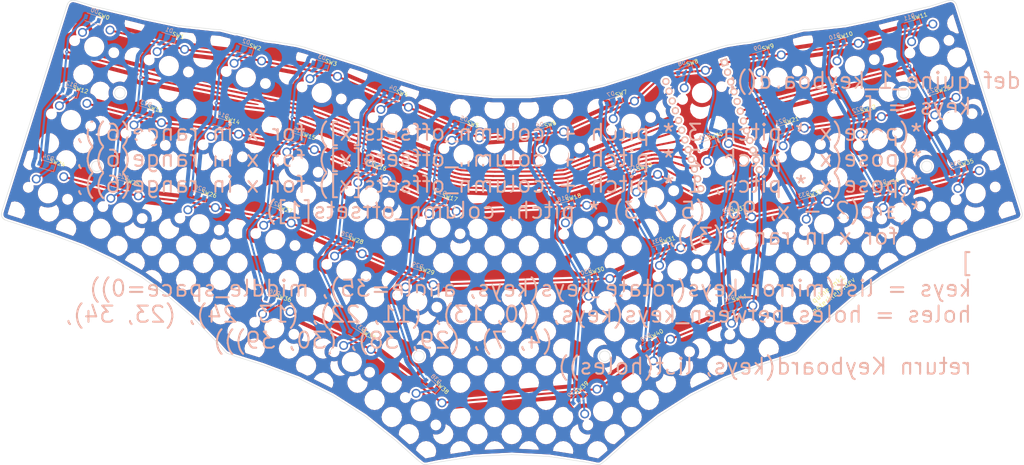
<source format=kicad_pcb>
(kicad_pcb (version 20201116) (generator pcbnew)
  (layers (0 "F.Cu" signal) (31 "B.Cu" signal) (34 "B.Paste" user) (35 "F.Paste" user) (36 "B.SilkS" user "B.Silkscreen") (37 "F.SilkS" user "F.Silkscreen") (38 "B.Mask" user) (39 "F.Mask" user) (44 "Edge.Cuts" user))
  (net 0 "")
  (net 1 "GND")
  (net 2 "col-0")
  (net 3 "col-1")
  (net 4 "col-2")
  (net 5 "col-3")
  (net 6 "col-4")
  (net 7 "col-5")
  (net 8 "col-6")
  (net 9 "col-7")
  (net 10 "col-8")
  (net 11 "col-9")
  (net 12 "col-10")
  (net 13 "col-11")
  (net 14 "row-0")
  (net 15 "row-1")
  (net 16 "row-2")
  (net 17 "row-3")
  (net 18 "switch-diode-0")
  (net 19 "switch-diode-1")
  (net 20 "switch-diode-2")
  (net 21 "switch-diode-3")
  (net 22 "switch-diode-4")
  (net 23 "switch-diode-5")
  (net 24 "switch-diode-6")
  (net 25 "switch-diode-7")
  (net 26 "switch-diode-8")
  (net 27 "switch-diode-9")
  (net 28 "switch-diode-10")
  (net 29 "switch-diode-11")
  (net 30 "switch-diode-12")
  (net 31 "switch-diode-13")
  (net 32 "switch-diode-14")
  (net 33 "switch-diode-15")
  (net 34 "switch-diode-16")
  (net 35 "switch-diode-17")
  (net 36 "switch-diode-18")
  (net 37 "switch-diode-19")
  (net 38 "switch-diode-20")
  (net 39 "switch-diode-21")
  (net 40 "switch-diode-22")
  (net 41 "switch-diode-23")
  (net 42 "switch-diode-24")
  (net 43 "switch-diode-25")
  (net 44 "switch-diode-26")
  (net 45 "switch-diode-27")
  (net 46 "switch-diode-28")
  (net 47 "switch-diode-29")
  (net 48 "switch-diode-30")
  (net 49 "switch-diode-31")
  (net 50 "switch-diode-32")
  (net 51 "switch-diode-33")
  (net 52 "switch-diode-34")
  (net 53 "switch-diode-35")
  (net 54 "switch-diode-36")
  (net 55 "switch-diode-37")
  (net 56 "switch-diode-38")
  (net 57 "switch-diode-39")
  (net 58 "switch-diode-40")
  (net 59 "switch-diode-41")
  (footprint "SW_Cherry_MX_1.00u_PCB" (layer "F.Cu") (at 183.342 82.9573 18)
    (fp_text reference "SW31")
    (fp_text value "SW_Cherry_MX_1.00u_PCB")
  )
  (footprint "SW_Cherry_MX_1.00u_PCB" (layer "F.Cu") (at 95.2879 38.9849 -17)
    (fp_text reference "SW3")
    (fp_text value "SW_Cherry_MX_1.00u_PCB")
  )
  (footprint "SW_Cherry_MX_1.00u_PCB" (layer "F.Cu") (at 238.749 68.6332 18)
    (fp_text reference "SW34")
    (fp_text value "SW_Cherry_MX_1.00u_PCB")
  )
  (footprint "SW_Cherry_MX_1.00u_PCB" (layer "F.Cu") (at 51.7193 50.4649 -17)
    (fp_text reference "SW13")
    (fp_text value "SW_Cherry_MX_1.00u_PCB")
  )
  (footprint "SW_Cherry_MX_1.00u_PCB" (layer "F.Cu") (at 257.218 63.8584 18)
    (fp_text reference "SW35")
    (fp_text value "SW_Cherry_MX_1.00u_PCB")
  )
  (footprint "SW_Cherry_MX_1.00u_PCB" (layer "F.Cu") (at 171.885 46.6207 18)
    (fp_text reference "SW7")
    (fp_text value "SW_Cherry_MX_1.00u_PCB")
  )
  (footprint "SW_Cherry_MX_1.00u_PCB" (layer "F.Cu") (at 38.9787 27.5218 -17)
    (fp_text reference "SW0")
    (fp_text value "SW_Cherry_MX_1.00u_PCB")
  )
  (footprint "SW_Cherry_MX_1.00u_PCB" (layer "F.Cu") (at 251.49 45.6901 18)
    (fp_text reference "SW23")
    (fp_text value "SW_Cherry_MX_1.00u_PCB")
  )
  (footprint "SW_Cherry_MX_1.00u_PCB" (layer "F.Cu") (at 219.679 71.5005 18)
    (fp_text reference "SW33")
    (fp_text value "SW_Cherry_MX_1.00u_PCB")
  )
  (footprint "SW_Cherry_MX_1.00u_PCB" (layer "F.Cu") (at 165.775 90.5932 18)
    (fp_text reference "SW30")
    (fp_text value "SW_Cherry_MX_1.00u_PCB")
  )
  (footprint "SW_Cherry_MX_1.00u_PCB" (layer "F.Cu") (at 177.614 64.789 18)
    (fp_text reference "SW19")
    (fp_text value "SW_Cherry_MX_1.00u_PCB")
  )
  (footprint "SW_Cherry_MX_1.00u_PCB" (layer "F.Cu") (at 33.2503 45.6901 -17)
    (fp_text reference "SW12")
    (fp_text value "SW_Cherry_MX_1.00u_PCB")
  )
  (footprint "SW_Cherry_MX_1.00u_PCB" (layer "F.Cu") (at 76.5181 35.1638 -17)
    (fp_text reference "SW2")
    (fp_text value "SW_Cherry_MX_1.00u_PCB")
  )
  (footprint "SW_Cherry_MX_1.00u_PCB" (layer "F.Cu") (at 130.422 54.2566 -17)
    (fp_text reference "SW5")
    (fp_text value "SW_Cherry_MX_1.00u_PCB")
  )
  (footprint "SW_Cherry_MX_1.00u_PCB" (layer "F.Cu") (at 118.965 90.5932 -17)
    (fp_text reference "SW29")
    (fp_text value "SW_Cherry_MX_1.00u_PCB")
  )
  (footprint "SW_Cherry_MX_1.00u_PCB" (layer "F.Cu") (at 227.292 32.2965 18)
    (fp_text reference "SW10")
    (fp_text value "SW_Cherry_MX_1.00u_PCB")
  )
  (footprint "SW_Cherry_MX_1.00u_PCB" (layer "F.Cu") (at 124.693 72.4249 -17)
    (fp_text reference "SW17")
    (fp_text value "SW_Cherry_MX_1.00u_PCB")
  )
  (footprint "SW_Cherry_MX_1.00u_PCB" (layer "F.Cu") (at 89.5594 57.1532 -17)
    (fp_text reference "SW15")
    (fp_text value "SW_Cherry_MX_1.00u_PCB")
  )
  (footprint "SW_Cherry_MX_1.00u_PCB" (layer "F.Cu") (at 102.763 105.674 -30)
    (fp_text reference "SW37")
    (fp_text value "SW_Cherry_MX_1.00u_PCB")
  )
  (footprint "SW_Cherry_MX_1.00u_PCB" (layer "F.Cu") (at 245.761 27.5218 18)
    (fp_text reference "SW11")
    (fp_text value "SW_Cherry_MX_1.00u_PCB")
  )
  (footprint "SW_Cherry_MX_1.00u_PCB" (layer "F.Cu") (at 181.977 105.674 30)
    (fp_text reference "SW40")
    (fp_text value "SW_Cherry_MX_1.00u_PCB")
  )
  (footprint "SW_Cherry_MX_1.00u_PCB" (layer "F.Cu") (at 65.0613 71.5005 -17)
    (fp_text reference "SW26")
    (fp_text value "SW_Cherry_MX_1.00u_PCB")
  )
  (footprint "SW_Cherry_MX_1.00u_PCB" (layer "F.Cu") (at 70.7897 53.3321 -17)
    (fp_text reference "SW14")
    (fp_text value "SW_Cherry_MX_1.00u_PCB")
  )
  (footprint "SW_Cherry_MX_1.00u_PCB" (layer "F.Cu") (at 154.318 54.2566 18)
    (fp_text reference "SW6")
    (fp_text value "SW_Cherry_MX_1.00u_PCB")
  )
  (footprint "SW_Cherry_MX_1.00u_PCB" (layer "F.Cu") (at 119.791 117.876 -42)
    (fp_text reference "SW38")
    (fp_text value "SW_Cherry_MX_1.00u_PCB")
  )
  (footprint "SW_Cherry_MX_1.00u_PCB" (layer "F.Cu") (at 83.5572 97.3067 -17)
    (fp_text reference "SW36")
    (fp_text value "SW_Cherry_MX_1.00u_PCB")
  )
  (footprint "SW_Cherry_MX_1.00u_PCB" (layer "F.Cu") (at 233.021 50.4649 18)
    (fp_text reference "SW22")
    (fp_text value "SW_Cherry_MX_1.00u_PCB")
  )
  (footprint "SW_Cherry_MX_1.00u_PCB" (layer "F.Cu") (at 200.909 75.3215 18)
    (fp_text reference "SW32")
    (fp_text value "SW_Cherry_MX_1.00u_PCB")
  )
  (footprint "SW_Cherry_MX_1.00u_PCB" (layer "F.Cu") (at 208.222 35.1638 18)
    (fp_text reference "SW9")
    (fp_text value "SW_Cherry_MX_1.00u_PCB")
  )
  (footprint "SW_Cherry_MX_1.00u_PCB" (layer "F.Cu") (at 164.949 117.876 42)
    (fp_text reference "SW39")
    (fp_text value "SW_Cherry_MX_1.00u_PCB")
  )
  (footprint "SW_Cherry_MX_1.00u_PCB" (layer "F.Cu") (at 107.126 64.789 -17)
    (fp_text reference "SW16")
    (fp_text value "SW_Cherry_MX_1.00u_PCB")
  )
  (footprint "SW_Cherry_MX_1.00u_PCB" (layer "F.Cu") (at 45.9908 68.6332 -17)
    (fp_text reference "SW25")
    (fp_text value "SW_Cherry_MX_1.00u_PCB")
  )
  (footprint "SW_Cherry_MX_1.00u_PCB" (layer "F.Cu") (at 27.5218 63.8584 -17)
    (fp_text reference "SW24")
    (fp_text value "SW_Cherry_MX_1.00u_PCB")
  )
  (footprint "SW_Cherry_MX_1.00u_PCB" (layer "F.Cu") (at 213.95 53.3321 18)
    (fp_text reference "SW21")
    (fp_text value "SW_Cherry_MX_1.00u_PCB")
  )
  (footprint "SW_Cherry_MX_1.00u_PCB" (layer "F.Cu") (at 101.398 82.9573 -17)
    (fp_text reference "SW28")
    (fp_text value "SW_Cherry_MX_1.00u_PCB")
  )
  (footprint "SW_Cherry_MX_1.00u_PCB" (layer "F.Cu") (at 83.831 75.3215 -17)
    (fp_text reference "SW27")
    (fp_text value "SW_Cherry_MX_1.00u_PCB")
  )
  (footprint "SW_Cherry_MX_1.00u_PCB" (layer "F.Cu") (at 195.181 57.1532 18)
    (fp_text reference "SW20")
    (fp_text value "SW_Cherry_MX_1.00u_PCB")
  )
  (footprint "SW_Cherry_MX_1.00u_PCB" (layer "F.Cu") (at 189.452 38.9849 18)
    (fp_text reference "SW8")
    (fp_text value "SW_Cherry_MX_1.00u_PCB")
  )
  (footprint "SW_Cherry_MX_1.00u_PCB" (layer "F.Cu") (at 201.183 97.3067 18)
    (fp_text reference "SW41")
    (fp_text value "SW_Cherry_MX_1.00u_PCB")
  )
  (footprint "SW_Cherry_MX_1.00u_PCB" (layer "F.Cu") (at 57.4477 32.2965 -17)
    (fp_text reference "SW1")
    (fp_text value "SW_Cherry_MX_1.00u_PCB")
  )
  (footprint "SW_Cherry_MX_1.00u_PCB" (layer "F.Cu") (at 160.047 72.4249 18)
    (fp_text reference "SW18")
    (fp_text value "SW_Cherry_MX_1.00u_PCB")
  )
  (footprint "SW_Cherry_MX_1.00u_PCB" (layer "F.Cu") (at 112.855 46.6207 -17)
    (fp_text reference "SW4")
    (fp_text value "SW_Cherry_MX_1.00u_PCB")
  )
  (footprint "D_SOD-123" (layer "B.Cu") (at 102.763 105.674 150)
    (fp_text reference "D37")
    (fp_text value "D_SOD-123")
  )
  (footprint "D_SOD-123" (layer "B.Cu") (at 245.761 27.5218 -162)
    (fp_text reference "D11")
    (fp_text value "D_SOD-123")
  )
  (footprint "D_SOD-123" (layer "B.Cu") (at 51.7193 50.4649 163)
    (fp_text reference "D13")
    (fp_text value "D_SOD-123")
  )
  (footprint "D_SOD-123" (layer "B.Cu") (at 238.749 68.6332 -162)
    (fp_text reference "D34")
    (fp_text value "D_SOD-123")
  )
  (footprint "D_SOD-123" (layer "B.Cu") (at 45.9908 68.6332 163)
    (fp_text reference "D25")
    (fp_text value "D_SOD-123")
  )
  (footprint "D_SOD-123" (layer "B.Cu") (at 251.49 45.6901 -162)
    (fp_text reference "D23")
    (fp_text value "D_SOD-123")
  )
  (footprint "D_SOD-123" (layer "B.Cu") (at 95.2879 38.9849 163)
    (fp_text reference "D3")
    (fp_text value "D_SOD-123")
  )
  (footprint "D_SOD-123" (layer "B.Cu") (at 181.977 105.674 -150)
    (fp_text reference "D40")
    (fp_text value "D_SOD-123")
  )
  (footprint "D_SOD-123" (layer "B.Cu") (at 38.9787 27.5218 163)
    (fp_text reference "D0")
    (fp_text value "D_SOD-123")
  )
  (footprint "D_SOD-123" (layer "B.Cu") (at 257.218 63.8584 -162)
    (fp_text reference "D35")
    (fp_text value "D_SOD-123")
  )
  (footprint "D_SOD-123" (layer "B.Cu") (at 164.949 117.876 -138)
    (fp_text reference "D39")
    (fp_text value "D_SOD-123")
  )
  (footprint "D_SOD-123" (layer "B.Cu") (at 118.965 90.5932 163)
    (fp_text reference "D29")
    (fp_text value "D_SOD-123")
  )
  (footprint "D_SOD-123" (layer "B.Cu") (at 130.422 54.2566 163)
    (fp_text reference "D5")
    (fp_text value "D_SOD-123")
  )
  (footprint "D_SOD-123" (layer "B.Cu") (at 112.855 46.6207 163)
    (fp_text reference "D4")
    (fp_text value "D_SOD-123")
  )
  (footprint "ArduinoProMicro" (layer "B.Cu") (at 189.452 38.9849 -72)
    (fp_text reference "MCU0" hide)
    (fp_text value "ProMicro" hide)
  )
  (footprint "D_SOD-123" (layer "B.Cu") (at 171.885 46.6207 -162)
    (fp_text reference "D7")
    (fp_text value "D_SOD-123")
  )
  (footprint "D_SOD-123" (layer "B.Cu") (at 83.831 75.3215 163)
    (fp_text reference "D27")
    (fp_text value "D_SOD-123")
  )
  (footprint "D_SOD-123" (layer "B.Cu") (at 183.342 82.9573 -162)
    (fp_text reference "D31")
    (fp_text value "D_SOD-123")
  )
  (footprint "D_SOD-123" (layer "B.Cu") (at 154.318 54.2566 -162)
    (fp_text reference "D6")
    (fp_text value "D_SOD-123")
  )
  (footprint "D_SOD-123" (layer "B.Cu") (at 57.4477 32.2965 163)
    (fp_text reference "D1")
    (fp_text value "D_SOD-123")
  )
  (footprint "D_SOD-123" (layer "B.Cu") (at 213.95 53.3321 -162)
    (fp_text reference "D21")
    (fp_text value "D_SOD-123")
  )
  (footprint "D_SOD-123" (layer "B.Cu") (at 177.614 64.789 -162)
    (fp_text reference "D19")
    (fp_text value "D_SOD-123")
  )
  (footprint "D_SOD-123" (layer "B.Cu") (at 124.693 72.4249 163)
    (fp_text reference "D17")
    (fp_text value "D_SOD-123")
  )
  (footprint "D_SOD-123" (layer "B.Cu") (at 33.2503 45.6901 163)
    (fp_text reference "D12")
    (fp_text value "D_SOD-123")
  )
  (footprint "D_SOD-123" (layer "B.Cu") (at 233.021 50.4649 -162)
    (fp_text reference "D22")
    (fp_text value "D_SOD-123")
  )
  (footprint "D_SOD-123" (layer "B.Cu") (at 189.452 38.9849 -162)
    (fp_text reference "D8")
    (fp_text value "D_SOD-123")
  )
  (footprint "D_SOD-123" (layer "B.Cu") (at 208.222 35.1638 -162)
    (fp_text reference "D9")
    (fp_text value "D_SOD-123")
  )
  (footprint "D_SOD-123" (layer "B.Cu") (at 195.181 57.1532 -162)
    (fp_text reference "D20")
    (fp_text value "D_SOD-123")
  )
  (footprint "D_SOD-123" (layer "B.Cu") (at 200.909 75.3215 -162)
    (fp_text reference "D32")
    (fp_text value "D_SOD-123")
  )
  (footprint "D_SOD-123" (layer "B.Cu") (at 27.5218 63.8584 163)
    (fp_text reference "D24")
    (fp_text value "D_SOD-123")
  )
  (footprint "D_SOD-123" (layer "B.Cu") (at 219.679 71.5005 -162)
    (fp_text reference "D33")
    (fp_text value "D_SOD-123")
  )
  (footprint "D_SOD-123" (layer "B.Cu") (at 89.5594 57.1532 163)
    (fp_text reference "D15")
    (fp_text value "D_SOD-123")
  )
  (footprint "D_SOD-123" (layer "B.Cu") (at 119.791 117.876 138)
    (fp_text reference "D38")
    (fp_text value "D_SOD-123")
  )
  (footprint "D_SOD-123" (layer "B.Cu") (at 83.5572 97.3067 163)
    (fp_text reference "D36")
    (fp_text value "D_SOD-123")
  )
  (footprint "D_SOD-123" (layer "B.Cu") (at 165.775 90.5932 -162)
    (fp_text reference "D30")
    (fp_text value "D_SOD-123")
  )
  (footprint "D_SOD-123" (layer "B.Cu") (at 227.292 32.2965 -162)
    (fp_text reference "D10")
    (fp_text value "D_SOD-123")
  )
  (footprint "D_SOD-123" (layer "B.Cu") (at 101.398 82.9573 163)
    (fp_text reference "D28")
    (fp_text value "D_SOD-123")
  )
  (footprint "D_SOD-123" (layer "B.Cu") (at 160.047 72.4249 -162)
    (fp_text reference "D18")
    (fp_text value "D_SOD-123")
  )
  (footprint "D_SOD-123" (layer "B.Cu") (at 70.7897 53.3321 163)
    (fp_text reference "D14")
    (fp_text value "D_SOD-123")
  )
  (footprint "D_SOD-123" (layer "B.Cu") (at 201.183 97.3067 -162)
    (fp_text reference "D41")
    (fp_text value "D_SOD-123")
  )
  (footprint "D_SOD-123" (layer "B.Cu") (at 76.5181 35.1638 163)
    (fp_text reference "D2")
    (fp_text value "D_SOD-123")
  )
  (footprint "D_SOD-123" (layer "B.Cu") (at 107.126 64.789 163)
    (fp_text reference "D16")
    (fp_text value "D_SOD-123")
  )
  (footprint "D_SOD-123" (layer "B.Cu") (at 65.0613 71.5005 163)
    (fp_text reference "D26")
    (fp_text value "D_SOD-123")
  )
  (gr_line (start 59.801293 22.257582) (end 68.617451 23.223108) (layer "Edge.Cuts") (width 0.1))
  (gr_line (start 211.058641 104.178212) (end 210.988989 104.202068) (layer "Edge.Cuts") (width 0.1))
  (gr_line (start 195.623189 27.161376) (end 195.767242 27.131085) (layer "Edge.Cuts") (width 0.1))
  (gr_line (start 142.370036 128.606398) (end 133.140597 129.080895) (layer "Edge.Cuts") (width 0.1))
  (gr_line (start 16.376558 70.071185) (end 16.28442 69.956384) (layer "Edge.Cuts") (width 0.1))
  (gr_line (start 32.107187 17.646027) (end 32.354391 16.978196) (layer "Edge.Cuts") (width 0.1))
  (gr_line (start 221.467725 94.512451) (end 215.805582 100.347046) (layer "Edge.Cuts") (width 0.1))
  (gr_line (start 121.005263 131.093806) (end 120.858178 131.087923) (layer "Edge.Cuts") (width 0.1))
  (gr_line (start 164.570434 130.848617) (end 164.443489 130.92314) (layer "Edge.Cuts") (width 0.1))
  (gr_line (start 88.97283 27.131085) (end 89.116883 27.161376) (layer "Edge.Cuts") (width 0.1))
  (gr_line (start 210.031334 24.504141) (end 214.364589 23.358227) (layer "Edge.Cuts") (width 0.1))
  (gr_line (start 16.203978 69.833104) (end 16.136007 69.702533) (layer "Edge.Cuts") (width 0.1))
  (gr_line (start 16.978196 70.48275) (end 16.978196 70.48275) (layer "Edge.Cuts") (width 0.1))
  (gr_line (start 252.65674 17.715678) (end 257.709741 33.741748) (layer "Edge.Cuts") (width 0.1))
  (gr_line (start 89.116883 27.161376) (end 91.139435 27.691511) (layer "Edge.Cuts") (width 0.1))
  (gr_line (start 173.648289 34.307682) (end 179.576415 32.113331) (layer "Edge.Cuts") (width 0.1))
  (gr_line (start 163.442448 131.062318) (end 160.769719 130.505307) (layer "Edge.Cuts") (width 0.1))
  (gr_line (start 252.257065 16.713764) (end 252.327868 16.842821) (layer "Edge.Cuts") (width 0.1))
  (gr_line (start 17.646027 70.729954) (end 16.978196 70.48275) (layer "Edge.Cuts") (width 0.1))
  (gr_line (start 50.546686 84.525288) (end 43.562631 80.429304) (layer "Edge.Cuts") (width 0.1))
  (gr_line (start 89.575564 109.717777) (end 80.65528 106.378953) (layer "Edge.Cuts") (width 0.1))
  (gr_line (start 252.173954 16.592268) (end 252.257065 16.713764) (layer "Edge.Cuts") (width 0.1))
  (gr_line (start 105.163657 32.113331) (end 111.091783 34.307682) (layer "Edge.Cuts") (width 0.1))
  (gr_line (start 32.765956 16.376558) (end 32.880757 16.28442) (layer "Edge.Cuts") (width 0.1))
  (gr_line (start 81.401562 26.003704) (end 84.641814 26.398866) (layer "Edge.Cuts") (width 0.1))
  (gr_line (start 214.364589 23.358227) (end 214.510192 23.327361) (layer "Edge.Cuts") (width 0.1))
  (gr_line (start 268.511596 68.006865) (end 268.69215 68.69571) (layer "Edge.Cuts") (width 0.1))
  (gr_line (start 32.354391 16.978196) (end 32.412203 16.842821) (layer "Edge.Cuts") (width 0.1))
  (gr_line (start 73.751083 104.202068) (end 73.681431 104.178212) (layer "Edge.Cuts") (width 0.1))
  (gr_line (start 106.049905 119.0699) (end 98.059487 113.959168) (layer "Edge.Cuts") (width 0.1))
  (gr_line (start 84.790252 26.42459) (end 84.935361 26.465073) (layer "Edge.Cuts") (width 0.1))
  (gr_line (start 119.82274 37.045591) (end 128.748536 38.878954) (layer "Edge.Cuts") (width 0.1))
  (gr_line (start 32.660739 16.479504) (end 32.765956 16.376558) (layer "Edge.Cuts") (width 0.1))
  (gr_line (start 249.839057 16.248886) (end 249.909795 16.228476) (layer "Edge.Cuts") (width 0.1))
  (gr_line (start 33.557213 16.012829) (end 33.703856 15.999999) (layer "Edge.Cuts") (width 0.1))
  (gr_line (start 118.897018 129.830427) (end 113.488997 125.017936) (layer "Edge.Cuts") (width 0.1))
  (gr_line (start 91.210173 27.71192) (end 105.094005 32.089476) (layer "Edge.Cuts") (width 0.1))
  (gr_line (start 70.133586 23.314179) (end 70.279914 23.330205) (layer "Edge.Cuts") (width 0.1))
  (gr_line (start 268.604065 69.702533) (end 268.536094 69.833104) (layer "Edge.Cuts") (width 0.1))
  (gr_line (start 165.843054 129.830427) (end 165.786869 129.878006) (layer "Edge.Cuts") (width 0.1))
  (gr_line (start 137.813967 39.800357) (end 146.926104 39.800357) (layer "Edge.Cuts") (width 0.1))
  (gr_line (start 268.536094 69.833104) (end 268.455652 69.956384) (layer "Edge.Cuts") (width 0.1))
  (gr_line (start 34.141431 16.047922) (end 34.830277 16.228476) (layer "Edge.Cuts") (width 0.1))
  (gr_line (start 251.327538 16.03997) (end 251.46886 16.081162) (layer "Edge.Cuts") (width 0.1))
  (gr_line (start 268.65891 69.565929) (end 268.604065 69.702533) (layer "Edge.Cuts") (width 0.1))
  (gr_line (start 113.488997 125.017936) (end 106.049905 119.0699) (layer "Edge.Cuts") (width 0.1))
  (gr_line (start 73.980149 24.271347) (end 74.125519 24.257223) (layer "Edge.Cuts") (width 0.1))
  (gr_line (start 70.279914 23.330205) (end 70.423967 23.360496) (layer "Edge.Cuts") (width 0.1))
  (gr_line (start 212.851138 103.507001) (end 212.715763 103.564813) (layer "Edge.Cuts") (width 0.1))
  (gr_line (start 32.412203 16.842821) (end 32.483006 16.713764) (layer "Edge.Cuts") (width 0.1))
  (gr_line (start 201.258875 26.363796) (end 210.031334 24.504141) (layer "Edge.Cuts") (width 0.1))
  (gr_line (start 178.690167 119.0699) (end 171.251075 125.017936) (layer "Edge.Cuts") (width 0.1))
  (gr_line (start 74.560202 24.299942) (end 81.401562 26.003704) (layer "Edge.Cuts") (width 0.1))
  (gr_line (start 36.238724 76.977566) (end 28.602506 74.186413) (layer "Edge.Cuts") (width 0.1))
  (gr_line (start 193.529899 27.71192) (end 193.600637 27.691511) (layer "Edge.Cuts") (width 0.1))
  (gr_line (start 164.027695 131.067652) (end 163.881894 131.087923) (layer "Edge.Cuts") (width 0.1))
  (gr_line (start 16.047922 68.69571) (end 16.228476 68.006865) (layer "Edge.Cuts") (width 0.1))
  (gr_line (start 16.017631 68.839762) (end 16.047922 68.69571) (layer "Edge.Cuts") (width 0.1))
  (gr_line (start 210.988989 104.202068) (end 204.084792 106.378953) (layer "Edge.Cuts") (width 0.1))
  (gr_line (start 268.260568 70.176402) (end 268.147804 70.271023) (layer "Edge.Cuts") (width 0.1))
  (gr_line (start 267.897251 70.424938) (end 267.761876 70.48275) (layer "Edge.Cuts") (width 0.1))
  (gr_line (start 267.024393 70.753809) (end 256.137566 74.186413) (layer "Edge.Cuts") (width 0.1))
  (gr_circle (center 165.361959 104.234651) (end 166.661959 104.234651) (layer "Edge.Cuts") (width 0.1) (fill none))
  (gr_line (start 252.632884 17.646027) (end 252.65674 17.715678) (layer "Edge.Cuts") (width 0.1))
  (gr_line (start 267.761876 70.48275) (end 267.094045 70.729954) (layer "Edge.Cuts") (width 0.1))
  (gr_line (start 213.101691 103.353086) (end 212.980195 103.436198) (layer "Edge.Cuts") (width 0.1))
  (gr_line (start 33.134608 16.136007) (end 33.271212 16.081162) (layer "Edge.Cuts") (width 0.1))
  (gr_line (start 51.122226 20.43257) (end 59.801293 22.257582) (layer "Edge.Cuts") (width 0.1))
  (gr_line (start 163.881894 131.087923) (end 163.734809 131.093806) (layer "Edge.Cuts") (width 0.1))
  (gr_line (start 268.738467 68.986091) (end 268.740072 69.133285) (layer "Edge.Cuts") (width 0.1))
  (gr_line (start 251.036216 15.999999) (end 251.182858 16.012829) (layer "Edge.Cuts") (width 0.1))
  (gr_line (start 250.598641 16.047922) (end 250.742693 16.017631) (layer "Edge.Cuts") (width 0.1))
  (gr_line (start 199.025131 26.611442) (end 199.097284 26.601723) (layer "Edge.Cuts") (width 0.1))
  (gr_line (start 251.46886 16.081162) (end 251.605464 16.136007) (layer "Edge.Cuts") (width 0.1))
  (gr_line (start 33.412534 16.03997) (end 33.557213 16.012829) (layer "Edge.Cuts") (width 0.1))
  (gr_line (start 84.935361 26.465073) (end 85.030583 26.502285) (layer "Edge.Cuts") (width 0.1))
  (gr_line (start 49.404291 19.982746) (end 49.440015 19.991643) (layer "Edge.Cuts") (width 0.1))
  (gr_line (start 38.818056 17.483924) (end 49.404291 19.982746) (layer "Edge.Cuts") (width 0.1))
  (gr_line (start 128.748536 38.878954) (end 137.813967 39.800357) (layer "Edge.Cuts") (width 0.1))
  (gr_line (start 73.933803 24.280465) (end 73.980149 24.271347) (layer "Edge.Cuts") (width 0.1))
  (gr_line (start 216.122621 23.223108) (end 224.938779 22.257582) (layer "Edge.Cuts") (width 0.1))
  (gr_line (start 133.140597 129.080895) (end 123.970353 130.505307) (layer "Edge.Cuts") (width 0.1))
  (gr_line (start 164.689462 130.762009) (end 164.570434 130.848617) (layer "Edge.Cuts") (width 0.1))
  (gr_line (start 33.271212 16.081162) (end 33.412534 16.03997) (layer "Edge.Cuts") (width 0.1))
  (gr_line (start 227.605709 89.232369) (end 221.467725 94.512451) (layer "Edge.Cuts") (width 0.1))
  (gr_line (start 213.317401 103.153248) (end 213.214455 103.258466) (layer "Edge.Cuts") (width 0.1))
  (gr_line (start 16.479504 70.176402) (end 16.376558 70.071185) (layer "Edge.Cuts") (width 0.1))
  (gr_line (start 16.842821 70.424938) (end 16.713764 70.354135) (layer "Edge.Cuts") (width 0.1))
  (gr_circle (center 119.378113 104.234651) (end 120.678113 104.234651) (layer "Edge.Cuts") (width 0.1) (fill none))
  (gr_line (start 193.600637 27.691511) (end 195.623189 27.161376) (layer "Edge.Cuts") (width 0.1))
  (gr_line (start 146.926104 39.800357) (end 155.991536 38.878954) (layer "Edge.Cuts") (width 0.1))
  (gr_line (start 105.094005 32.089476) (end 105.163657 32.113331) (layer "Edge.Cuts") (width 0.1))
  (gr_line (start 215.805582 100.347046) (end 213.317401 103.153248) (layer "Edge.Cuts") (width 0.1))
  (gr_line (start 85.030583 26.502285) (end 88.97283 27.131085) (layer "Edge.Cuts") (width 0.1))
  (gr_line (start 195.164508 109.717777) (end 186.680585 113.959168) (layer "Edge.Cuts") (width 0.1))
  (gr_line (start 252.385681 16.978196) (end 252.632884 17.646027) (layer "Edge.Cuts") (width 0.1))
  (gr_line (start 17.715678 70.753809) (end 17.646027 70.729954) (layer "Edge.Cuts") (width 0.1))
  (gr_line (start 111.091783 34.307682) (end 119.82274 37.045591) (layer "Edge.Cuts") (width 0.1))
  (gr_line (start 16.136007 69.702533) (end 16.081162 69.565929) (layer "Edge.Cuts") (width 0.1))
  (gr_line (start 71.759877 103.436198) (end 71.638381 103.353086) (layer "Edge.Cuts") (width 0.1))
  (gr_line (start 63.272347 94.512451) (end 57.134363 89.232369) (layer "Edge.Cuts") (width 0.1))
  (gr_line (start 241.177441 80.429304) (end 234.193386 84.525288) (layer "Edge.Cuts") (width 0.1))
  (gr_line (start 16.978196 70.48275) (end 16.842821 70.424938) (layer "Edge.Cuts") (width 0.1))
  (gr_line (start 74.125519 24.257223) (end 74.271572 24.257304) (layer "Edge.Cuts") (width 0.1))
  (gr_line (start 91.139435 27.691511) (end 91.210173 27.71192) (layer "Edge.Cuts") (width 0.1))
  (gr_line (start 199.097284 26.601723) (end 201.258875 26.363796) (layer "Edge.Cuts") (width 0.1))
  (gr_line (start 263.438186 51.910056) (end 268.491186 67.936126) (layer "Edge.Cuts") (width 0.1))
  (gr_line (start 248.501348 76.977566) (end 241.177441 80.429304) (layer "Edge.Cuts") (width 0.1))
  (gr_line (start 16.713764 70.354135) (end 16.592268 70.271023) (layer "Edge.Cuts") (width 0.1))
  (gr_line (start 268.455652 69.956384) (end 268.363514 70.071185) (layer "Edge.Cuts") (width 0.1))
  (gr_line (start 16.001605 68.986091) (end 16.017631 68.839762) (layer "Edge.Cuts") (width 0.1))
  (gr_line (start 118.953203 129.878006) (end 118.897018 129.830427) (layer "Edge.Cuts") (width 0.1))
  (gr_line (start 32.566118 16.592268) (end 32.660739 16.479504) (layer "Edge.Cuts") (width 0.1))
  (gr_line (start 71.422671 103.153248) (end 68.93449 100.347046) (layer "Edge.Cuts") (width 0.1))
  (gr_line (start 268.722441 68.839762) (end 268.738467 68.986091) (layer "Edge.Cuts") (width 0.1))
  (gr_line (start 32.483006 16.713764) (end 32.566118 16.592268) (layer "Edge.Cuts") (width 0.1))
  (gr_line (start 257.709741 33.741748) (end 263.438186 51.910056) (layer "Edge.Cuts") (width 0.1))
  (gr_line (start 252.079333 16.479504) (end 252.173954 16.592268) (layer "Edge.Cuts") (width 0.1))
  (gr_line (start 268.740072 69.133285) (end 268.727243 69.279928) (layer "Edge.Cuts") (width 0.1))
  (gr_line (start 16 69.133285) (end 16.001605 68.986091) (layer "Edge.Cuts") (width 0.1))
  (gr_line (start 16.081162 69.565929) (end 16.03997 69.424607) (layer "Edge.Cuts") (width 0.1))
  (gr_line (start 16.228476 68.006865) (end 16.248886 67.936126) (layer "Edge.Cuts") (width 0.1))
  (gr_line (start 164.917332 37.045591) (end 173.648289 34.307682) (layer "Edge.Cuts") (width 0.1))
  (gr_circle (center 239.39108 38.993335) (end 240.69108 38.993335) (layer "Edge.Cuts") (width 0.1) (fill none))
  (gr_line (start 251.859315 16.28442) (end 251.974116 16.376558) (layer "Edge.Cuts") (width 0.1))
  (gr_line (start 151.599475 129.080895) (end 142.370036 128.606398) (layer "Edge.Cuts") (width 0.1))
  (gr_line (start 268.491186 67.936126) (end 268.511596 68.006865) (layer "Edge.Cuts") (width 0.1))
  (gr_line (start 256.137566 74.186413) (end 248.501348 76.977566) (layer "Edge.Cuts") (width 0.1))
  (gr_line (start 234.193386 84.525288) (end 227.605709 89.232369) (layer "Edge.Cuts") (width 0.1))
  (gr_circle (center 245.119525 57.161643) (end 246.419525 57.161643) (layer "Edge.Cuts") (width 0.1) (fill none))
  (gr_line (start 268.727243 69.279928) (end 268.700102 69.424607) (layer "Edge.Cuts") (width 0.1))
  (gr_line (start 33.004037 16.203978) (end 33.134608 16.136007) (layer "Edge.Cuts") (width 0.1))
  (gr_line (start 34.830277 16.228476) (end 34.901015 16.248886) (layer "Edge.Cuts") (width 0.1))
  (gr_line (start 120.169638 130.848617) (end 120.05061 130.762009) (layer "Edge.Cuts") (width 0.1))
  (gr_line (start 164.443489 130.92314) (end 164.309851 130.984862) (layer "Edge.Cuts") (width 0.1))
  (gr_line (start 267.094045 70.729954) (end 267.024393 70.753809) (layer "Edge.Cuts") (width 0.1))
  (gr_line (start 250.742693 16.017631) (end 250.889021 16.001605) (layer "Edge.Cuts") (width 0.1))
  (gr_line (start 33.997379 16.017631) (end 34.141431 16.047922) (layer "Edge.Cuts") (width 0.1))
  (gr_line (start 80.65528 106.378953) (end 73.751083 104.202068) (layer "Edge.Cuts") (width 0.1))
  (gr_line (start 27.030331 33.741748) (end 32.083332 17.715678) (layer "Edge.Cuts") (width 0.1))
  (gr_line (start 123.970353 130.505307) (end 121.297624 131.062318) (layer "Edge.Cuts") (width 0.1))
  (gr_line (start 268.69215 68.69571) (end 268.722441 68.839762) (layer "Edge.Cuts") (width 0.1))
  (gr_line (start 120.05061 130.762009) (end 118.953203 129.878006) (layer "Edge.Cuts") (width 0.1))
  (gr_line (start 204.084792 106.378953) (end 195.164508 109.717777) (layer "Edge.Cuts") (width 0.1))
  (gr_line (start 268.147804 70.271023) (end 268.026308 70.354135) (layer "Edge.Cuts") (width 0.1))
  (gr_circle (center 39.620547 57.161643) (end 40.920547 57.161643) (layer "Edge.Cuts") (width 0.1) (fill none))
  (gr_line (start 43.562631 80.429304) (end 36.238724 76.977566) (layer "Edge.Cuts") (width 0.1))
  (gr_line (start 179.646067 32.089476) (end 193.529899 27.71192) (layer "Edge.Cuts") (width 0.1))
  (gr_line (start 74.416926 24.271589) (end 74.560202 24.299942) (layer "Edge.Cuts") (width 0.1))
  (gr_line (start 71.638381 103.353086) (end 71.525617 103.258466) (layer "Edge.Cuts") (width 0.1))
  (gr_line (start 250.889021 16.001605) (end 251.036216 15.999999) (layer "Edge.Cuts") (width 0.1))
  (gr_line (start 249.909795 16.228476) (end 250.598641 16.047922) (layer "Edge.Cuts") (width 0.1))
  (gr_line (start 163.734809 131.093806) (end 163.587855 131.085243) (layer "Edge.Cuts") (width 0.1))
  (gr_line (start 71.525617 103.258466) (end 71.422671 103.153248) (layer "Edge.Cuts") (width 0.1))
  (gr_circle (center 142.370036 46.620731) (end 143.670036 46.620731) (layer "Edge.Cuts") (width 0.1) (fill none))
  (gr_line (start 74.271572 24.257304) (end 74.416926 24.271589) (layer "Edge.Cuts") (width 0.1))
  (gr_line (start 84.641814 26.398866) (end 84.790252 26.42459) (layer "Edge.Cuts") (width 0.1))
  (gr_line (start 171.251075 125.017936) (end 165.843054 129.830427) (layer "Edge.Cuts") (width 0.1))
  (gr_line (start 49.440015 19.991643) (end 51.122226 20.43257) (layer "Edge.Cuts") (width 0.1))
  (gr_line (start 16.28442 69.956384) (end 16.203978 69.833104) (layer "Edge.Cuts") (width 0.1))
  (gr_line (start 120.712377 131.067652) (end 120.569266 131.033188) (layer "Edge.Cuts") (width 0.1))
  (gr_line (start 28.602506 74.186413) (end 17.715678 70.753809) (layer "Edge.Cuts") (width 0.1))
  (gr_line (start 71.888934 103.507001) (end 71.759877 103.436198) (layer "Edge.Cuts") (width 0.1))
  (gr_line (start 268.363514 70.071185) (end 268.260568 70.176402) (layer "Edge.Cuts") (width 0.1))
  (gr_line (start 34.901015 16.248886) (end 38.818056 17.483924) (layer "Edge.Cuts") (width 0.1))
  (gr_line (start 164.170806 131.033188) (end 164.027695 131.067652) (layer "Edge.Cuts") (width 0.1))
  (gr_line (start 16.012829 69.279928) (end 16 69.133285) (layer "Edge.Cuts") (width 0.1))
  (gr_line (start 32.083332 17.715678) (end 32.107187 17.646027) (layer "Edge.Cuts") (width 0.1))
  (gr_line (start 179.576415 32.113331) (end 179.646067 32.089476) (layer "Edge.Cuts") (width 0.1))
  (gr_line (start 16.03997 69.424607) (end 16.012829 69.279928) (layer "Edge.Cuts") (width 0.1))
  (gr_line (start 16.248886 67.936126) (end 21.301886 51.910056) (layer "Edge.Cuts") (width 0.1))
  (gr_line (start 245.922016 17.483924) (end 249.839057 16.248886) (layer "Edge.Cuts") (width 0.1))
  (gr_line (start 121.297624 131.062318) (end 121.152217 131.085243) (layer "Edge.Cuts") (width 0.1))
  (gr_line (start 33.851051 16.001605) (end 33.997379 16.017631) (layer "Edge.Cuts") (width 0.1))
  (gr_line (start 235.335781 19.982746) (end 245.922016 17.483924) (layer "Edge.Cuts") (width 0.1))
  (gr_line (start 68.93449 100.347046) (end 63.272347 94.512451) (layer "Edge.Cuts") (width 0.1))
  (gr_line (start 33.703856 15.999999) (end 33.851051 16.001605) (layer "Edge.Cuts") (width 0.1))
  (gr_line (start 268.700102 69.424607) (end 268.65891 69.565929) (layer "Edge.Cuts") (width 0.1))
  (gr_line (start 224.938779 22.257582) (end 233.617846 20.43257) (layer "Edge.Cuts") (width 0.1))
  (gr_line (start 57.134363 89.232369) (end 50.546686 84.525288) (layer "Edge.Cuts") (width 0.1))
  (gr_line (start 32.880757 16.28442) (end 33.004037 16.203978) (layer "Edge.Cuts") (width 0.1))
  (gr_line (start 164.309851 130.984862) (end 164.170806 131.033188) (layer "Edge.Cuts") (width 0.1))
  (gr_line (start 165.786869 129.878006) (end 164.689462 130.762009) (layer "Edge.Cuts") (width 0.1))
  (gr_line (start 72.024309 103.564813) (end 71.888934 103.507001) (layer "Edge.Cuts") (width 0.1))
  (gr_line (start 155.991536 38.878954) (end 164.917332 37.045591) (layer "Edge.Cuts") (width 0.1))
  (gr_line (start 251.182858 16.012829) (end 251.327538 16.03997) (layer "Edge.Cuts") (width 0.1))
  (gr_line (start 21.301886 51.910056) (end 27.030331 33.741748) (layer "Edge.Cuts") (width 0.1))
  (gr_line (start 251.736035 16.203978) (end 251.859315 16.28442) (layer "Edge.Cuts") (width 0.1))
  (gr_circle (center 45.348992 38.993335) (end 46.648992 38.993335) (layer "Edge.Cuts") (width 0.1) (fill none))
  (gr_line (start 251.605464 16.136007) (end 251.736035 16.203978) (layer "Edge.Cuts") (width 0.1))
  (gr_line (start 212.715763 103.564813) (end 211.058641 104.178212) (layer "Edge.Cuts") (width 0.1))
  (gr_line (start 16.592268 70.271023) (end 16.479504 70.176402) (layer "Edge.Cuts") (width 0.1))
  (gr_line (start 98.059487 113.959168) (end 89.575564 109.717777) (layer "Edge.Cuts") (width 0.1))
  (gr_line (start 186.680585 113.959168) (end 178.690167 119.0699) (layer "Edge.Cuts") (width 0.1))
  (gr_line (start 120.569266 131.033188) (end 120.430221 130.984862) (layer "Edge.Cuts") (width 0.1))
  (gr_line (start 120.296583 130.92314) (end 120.169638 130.848617) (layer "Edge.Cuts") (width 0.1))
  (gr_line (start 195.767242 27.131085) (end 199.025131 26.611442) (layer "Edge.Cuts") (width 0.1))
  (gr_line (start 163.587855 131.085243) (end 163.442448 131.062318) (layer "Edge.Cuts") (width 0.1))
  (gr_line (start 73.681431 104.178212) (end 72.024309 103.564813) (layer "Edge.Cuts") (width 0.1))
  (gr_line (start 120.858178 131.087923) (end 120.712377 131.067652) (layer "Edge.Cuts") (width 0.1))
  (gr_line (start 68.617451 23.223108) (end 70.133586 23.314179) (layer "Edge.Cuts") (width 0.1))
  (gr_line (start 214.658137 23.311076) (end 216.122621 23.223108) (layer "Edge.Cuts") (width 0.1))
  (gr_line (start 70.423967 23.360496) (end 73.933803 24.280465) (layer "Edge.Cuts") (width 0.1))
  (gr_line (start 120.430221 130.984862) (end 120.296583 130.92314) (layer "Edge.Cuts") (width 0.1))
  (gr_line (start 235.300057 19.991643) (end 235.335781 19.982746) (layer "Edge.Cuts") (width 0.1))
  (gr_line (start 268.026308 70.354135) (end 267.897251 70.424938) (layer "Edge.Cuts") (width 0.1))
  (gr_line (start 213.214455 103.258466) (end 213.101691 103.353086) (layer "Edge.Cuts") (width 0.1))
  (gr_line (start 121.152217 131.085243) (end 121.005263 131.093806) (layer "Edge.Cuts") (width 0.1))
  (gr_line (start 233.617846 20.43257) (end 235.300057 19.991643) (layer "Edge.Cuts") (width 0.1))
  (gr_line (start 214.510192 23.327361) (end 214.658137 23.311076) (layer "Edge.Cuts") (width 0.1))
  (gr_line (start 252.327868 16.842821) (end 252.385681 16.978196) (layer "Edge.Cuts") (width 0.1))
  (gr_line (start 251.974116 16.376558) (end 252.079333 16.479504) (layer "Edge.Cuts") (width 0.1))
  (gr_line (start 212.980195 103.436198) (end 212.851138 103.507001) (layer "Edge.Cuts") (width 0.1))
  (gr_line (start 160.769719 130.505307) (end 151.599475 129.080895) (layer "Edge.Cuts") (width 0.1))
  (gr_text "def quine_1_keyboard():\n    keys = [\n        *(pose(x * pitch, 3 * pitch + column_offsets[x]) for x in range(6)),\n        *(pose(x * pitch, 2 * pitch + column_offsets[x]) for x in range(6)),\n        *(pose(x * pitch, 1 * pitch + column_offsets[x]) for x in range(6)),\n        *(arc(2 - x, 90, (5 / 3) * pitch, column_offsets[1])\n          for x in range(3)),\n    ]\n    keys = list(mirror_keys(rotate_keys(keys, angle=35), middle_space=0))\n    holes = holes_between_keys(keys, ((0, 13), (11, 22), (13, 24), (23, 34),\n                                      (4, 7), (29, 38), (30, 39)))\n    return Keyboard(keys, list(holes))\n" (at 268.740072 71.32365) (layer "B.SilkS") (effects (font (size 4 4)) (justify left mirror)))
  (gr_text "quine mk1\npeterklein.dev" (at 221.370036 88.32365 39) (layer "F.SilkS") (effects (font (size 1.27 1.27))))
  (segment (start 155.4381 56.9811) (end 154.8194 57.1185) (width 0.5) (layer "F.Cu") (net 2))
  (segment (start 149.7096 57.4139) (end 136.7718 57.468) (width 0.5) (layer "F.Cu") (net 2))
  (segment (start 129.984 57.0907) (end 129.2871 56.9812) (width 0.5) (layer "F.Cu") (net 2))
  (segment (start 89.3969 41.8818) (end 56.9742 35.223) (width 0.5) (layer "F.Cu") (net 2))
  (segment (start 136.7718 57.468) (end 132.6849 57.3228) (width 0.5) (layer "F.Cu") (net 2))
  (segment (start 154.8194 57.1185) (end 149.7096 57.4139) (width 0.5) (layer "F.Cu") (net 2))
  (segment (start 183.595 45.7492) (end 155.4381 56.9811) (width 0.5) (layer "F.Cu") (net 2))
  (segment (start 56.9742 35.223) (end 32.2095 28.7803) (width 0.5) (layer "F.Cu") (net 2))
  (segment (start 129.2871 56.9812) (end 89.3969 41.8818) (width 0.5) (layer "F.Cu") (net 2))
  (segment (start 132.6849 57.3228) (end 129.984 57.0907) (width 0.5) (layer "F.Cu") (net 2))
  (via (at 32.2095 28.7803) (size 0.8) (layers "F.Cu" "B.Cu") (net 2))
  (segment (start 26.8076 43.5697) (end 27.0784 43.0535) (width 0.5) (layer "B.Cu") (net 2))
  (segment (start 29.2098 40.4919) (end 31.247 38.243) (width 0.5) (layer "B.Cu") (net 2))
  (segment (start 25.5185 56.4113) (end 26.8076 43.5697) (width 0.5) (layer "B.Cu") (net 2))
  (segment (start 33.8886 23.5802) (end 36.9754 20.0747) (width 0.5) (layer "B.Cu") (net 2))
  (segment (start 27.0784 43.0535) (end 29.2098 40.4919) (width 0.5) (layer "B.Cu") (net 2))
  (segment (start 32.2095 28.7803) (end 32.21 28.7711) (width 0.5) (layer "B.Cu") (net 2))
  (segment (start 32.21 28.7711) (end 32.1957 28.7696) (width 0.5) (layer "B.Cu") (net 2))
  (segment (start 32.5277 25.4533) (end 32.6083 25.1971) (width 0.5) (layer "B.Cu") (net 2))
  (segment (start 31.247 38.243) (end 32.1957 28.7696) (width 0.5) (layer "B.Cu") (net 2))
  (segment (start 32.6083 25.1971) (end 33.8886 23.5802) (width 0.5) (layer "B.Cu") (net 2))
  (segment (start 32.1957 28.7696) (end 32.5277 25.4533) (width 0.5) (layer "B.Cu") (net 2))
  (segment (start 88.8994 42.851) (end 50.5612 35.0829) (width 0.5) (layer "F.Cu") (net 3))
  (segment (start 129.8455 58.1275) (end 128.9811 57.9411) (width 0.5) (layer "F.Cu") (net 3))
  (segment (start 155.7442 57.9425) (end 155.0094 58.1428) (width 0.5) (layer "F.Cu") (net 3))
  (segment (start 184.3588 48.1717) (end 173.273 51.6252) (width 0.5) (layer "F.Cu") (net 3))
  (segment (start 133.7697 58.4175) (end 129.8455 58.1275) (width 0.5) (layer "F.Cu") (net 3))
  (segment (start 149.6455 58.4277) (end 138.1954 58.5105) (width 0.5) (layer "F.Cu") (net 3))
  (segment (start 173.273 51.6252) (end 163.6646 54.9398) (width 0.5) (layer "F.Cu") (net 3))
  (segment (start 163.6646 54.9398) (end 155.7442 57.9425) (width 0.5) (layer "F.Cu") (net 3))
  (segment (start 138.1954 58.5105) (end 133.7697 58.4175) (width 0.5) (layer "F.Cu") (net 3))
  (segment (start 128.9811 57.9411) (end 88.8994 42.851) (width 0.5) (layer "F.Cu") (net 3))
  (segment (start 155.0094 58.1428) (end 149.6455 58.4277) (width 0.5) (layer "F.Cu") (net 3))
  (via (at 50.5612 35.0829) (size 0.8) (layers "F.Cu" "B.Cu") (net 3))
  (segment (start 51.8933 28.9802) (end 51.0275 30.1092) (width 0.5) (layer "B.Cu") (net 3))
  (segment (start 50.6975 32.1874) (end 50.4369 35.0632) (width 0.5) (layer "B.Cu") (net 3))
  (segment (start 47.1875 45.9179) (end 45.324 48.2314) (width 0.5) (layer "B.Cu") (net 3))
  (segment (start 45.324 48.2314) (end 45.1271 48.9585) (width 0.5) (layer "B.Cu") (net 3))
  (segment (start 50.5612 35.0829) (end 50.5616 35.0745) (width 0.5) (layer "B.Cu") (net 3))
  (segment (start 51.0275 30.1092) (end 50.6975 32.1874) (width 0.5) (layer "B.Cu") (net 3))
  (segment (start 53.7014 26.7978) (end 51.8933 28.9802) (width 0.5) (layer "B.Cu") (net 3))
  (segment (start 45.1271 48.9585) (end 43.9875 61.1861) (width 0.5) (layer "B.Cu") (net 3))
  (segment (start 55.4444 24.8494) (end 53.7014 26.7978) (width 0.5) (layer "B.Cu") (net 3))
  (segment (start 49.716 43.0178) (end 47.1875 45.9179) (width 0.5) (layer "B.Cu") (net 3))
  (segment (start 50.5616 35.0745) (end 50.4369 35.0632) (width 0.5) (layer "B.Cu") (net 3))
  (segment (start 50.4369 35.0632) (end 49.716 43.0178) (width 0.5) (layer "B.Cu") (net 3))
  (segment (start 88.4823 43.8499) (end 69.1908 41.4781) (width 0.5) (layer "F.Cu") (net 4))
  (segment (start 151.5211 59.3949) (end 143.229 59.5779) (width 0.5) (layer "F.Cu") (net 4))
  (segment (start 143.229 59.5779) (end 137.7616 59.5724) (width 0.5) (layer "F.Cu") (net 4))
  (segment (start 185.1226 50.5941) (end 173.1973 52.9561) (width 0.5) (layer "F.Cu") (net 4))
  (segment (start 155.1528 59.1478) (end 151.5211 59.3949) (width 0.5) (layer "F.Cu") (net 4))
  (segment (start 173.1973 52.9561) (end 169.8582 53.8877) (width 0.5) (layer "F.Cu") (net 4))
  (segment (start 155.6481 59.051) (end 155.1528 59.1478) (width 0.5) (layer "F.Cu") (net 4))
  (segment (start 129.8389 59.1804) (end 128.2605 58.8132) (width 0.5) (layer "F.Cu") (net 4))
  (segment (start 169.8582 53.8877) (end 155.6481 59.051) (width 0.5) (layer "F.Cu") (net 4))
  (segment (start 132.5661 59.4032) (end 129.8389 59.1804) (width 0.5) (layer "F.Cu") (net 4))
  (segment (start 137.7616 59.5724) (end 132.5661 59.4032) (width 0.5) (layer "F.Cu") (net 4))
  (segment (start 128.2605 58.8132) (end 88.4823 43.8499) (width 0.5) (layer "F.Cu") (net 4))
  (via (at 69.1908 41.4781) (size 0.8) (layers "F.Cu" "B.Cu") (net 4))
  (segment (start 69.2306 41.4781) (end 69.2835 41.4781) (width 0.5) (layer "B.Cu") (net 4))
  (segment (start 64.3948 50.9841) (end 65.2308 49.9002) (width 0.5) (layer "B.Cu") (net 4))
  (segment (start 69.2835 41.4781) (end 70.0866 32.9868) (width 0.5) (layer "B.Cu") (net 4))
  (segment (start 69.1908 41.4781) (end 69.2306 41.4781) (width 0.5) (layer "B.Cu") (net 4))
  (segment (start 63.058 64.0534) (end 64.1474 52.5565) (width 0.5) (layer "B.Cu") (net 4))
  (segment (start 64.1474 52.5565) (end 64.3948 50.9841) (width 0.5) (layer "B.Cu") (net 4))
  (segment (start 71.9066 30.6725) (end 74.5148 27.7167) (width 0.5) (layer "B.Cu") (net 4))
  (segment (start 70.0866 32.9868) (end 71.9066 30.6725) (width 0.5) (layer "B.Cu") (net 4))
  (segment (start 68.7864 45.885) (end 69.2306 41.4781) (width 0.5) (layer "B.Cu") (net 4))
  (segment (start 65.2308 49.9002) (end 68.7864 45.885) (width 0.5) (layer "B.Cu") (net 4))
  (segment (start 137.0934 60.5931) (end 132.3265 60.4237) (width 0.5) (layer "F.Cu") (net 5))
  (segment (start 155.8253 60.0643) (end 155.1509 60.1659) (width 0.5) (layer "F.Cu") (net 5))
  (segment (start 151.8614 60.3855) (end 144.2669 60.6147) (width 0.5) (layer "F.Cu") (net 5))
  (segment (start 129.7987 60.2001) (end 127.9738 59.7767) (width 0.5) (layer "F.Cu") (net 5))
  (segment (start 144.2669 60.6147) (end 137.0934 60.5931) (width 0.5) (layer "F.Cu") (net 5))
  (segment (start 132.3265 60.4237) (end 129.7987 60.2001) (width 0.5) (layer "F.Cu") (net 5))
  (segment (start 172.8811 54.1042) (end 170.5406 54.752) (width 0.5) (layer "F.Cu") (net 5))
  (segment (start 127.9738 59.7767) (end 88.0058 45.0002) (width 0.5) (layer "F.Cu") (net 5))
  (segment (start 170.5406 54.752) (end 155.8253 60.0643) (width 0.5) (layer "F.Cu") (net 5))
  (segment (start 185.8864 53.0165) (end 177.3815 53.2728) (width 0.5) (layer "F.Cu") (net 5))
  (segment (start 177.3815 53.2728) (end 176.473 53.3987) (width 0.5) (layer "F.Cu") (net 5))
  (segment (start 155.1509 60.1659) (end 151.8614 60.3855) (width 0.5) (layer "F.Cu") (net 5))
  (segment (start 176.473 53.3987) (end 172.8811 54.1042) (width 0.5) (layer "F.Cu") (net 5))
  (via (at 88.0058 45.0002) (size 0.8) (layers "F.Cu" "B.Cu") (net 5))
  (segment (start 84.5854 53.1184) (end 83.1965 54.8764) (width 0.5) (layer "B.Cu") (net 5))
  (segment (start 77.3844 73.2045) (end 77.3718 74.378) (width 0.5) (layer "B.Cu") (net 5))
  (segment (start 82.985 55.356) (end 81.8277 67.8744) (width 0.5) (layer "B.Cu") (net 5))
  (segment (start 87.9895 44.9988) (end 87.5561 49.7061) (width 0.5) (layer "B.Cu") (net 5))
  (segment (start 79.671 70.3022) (end 77.4943 73.0152) (width 0.5) (layer "B.Cu") (net 5))
  (segment (start 88.8746 36.774) (end 88.6167 38.1859) (width 0.5) (layer "B.Cu") (net 5))
  (segment (start 93.2846 31.5378) (end 91.2498 33.822) (width 0.5) (layer "B.Cu") (net 5))
  (segment (start 88.6167 38.1859) (end 87.9895 44.9988) (width 0.5) (layer "B.Cu") (net 5))
  (segment (start 77.3718 74.378) (end 81.5539 89.8596) (width 0.5) (layer "B.Cu") (net 5))
  (segment (start 88.0058 45.0003) (end 87.9895 44.9988) (width 0.5) (layer "B.Cu") (net 5))
  (segment (start 77.4943 73.0152) (end 77.3844 73.2045) (width 0.5) (layer "B.Cu") (net 5))
  (segment (start 88.0058 45.0002) (end 88.0058 45.0003) (width 0.5) (layer "B.Cu") (net 5))
  (segment (start 83.1965 54.8764) (end 82.985 55.356) (width 0.5) (layer "B.Cu") (net 5))
  (segment (start 91.2498 33.822) (end 88.8746 36.774) (width 0.5) (layer "B.Cu") (net 5))
  (segment (start 81.8277 67.8744) (end 79.671 70.3022) (width 0.5) (layer "B.Cu") (net 5))
  (segment (start 87.5561 49.7061) (end 84.5854 53.1184) (width 0.5) (layer "B.Cu") (net 5))
  (segment (start 154.6809 61.2594) (end 153.8342 61.3245) (width 0.5) (layer "F.Cu") (net 6))
  (segment (start 153.8342 61.3245) (end 144.2764 61.6452) (width 0.5) (layer "F.Cu") (net 6))
  (segment (start 172.8025 55.1965) (end 171.4459 55.582) (width 0.5) (layer "F.Cu") (net 6))
  (segment (start 137.895 61.6452) (end 132.0111 61.4486) (width 0.5) (layer "F.Cu") (net 6))
  (segment (start 129.7174 61.2076) (end 127.4857 60.7085) (width 0.5) (layer "F.Cu") (net 6))
  (segment (start 176.966 54.3645) (end 172.8025 55.1965) (width 0.5) (layer "F.Cu") (net 6))
  (segment (start 127.4857 60.7085) (end 123.7026 59.3282) (width 0.5) (layer "F.Cu") (net 6))
  (segment (start 158.3746 60.3311) (end 155.9866 61.0632) (width 0.5) (layer "F.Cu") (net 6))
  (segment (start 123.7026 59.3282) (end 105.616 53.0637) (width 0.5) (layer "F.Cu") (net 6))
  (segment (start 171.4459 55.582) (end 158.3746 60.3311) (width 0.5) (layer "F.Cu") (net 6))
  (segment (start 144.2764 61.6452) (end 137.895 61.6452) (width 0.5) (layer "F.Cu") (net 6))
  (segment (start 186.6502 55.439) (end 179.6188 54.2722) (width 0.5) (layer "F.Cu") (net 6))
  (segment (start 155.9866 61.0632) (end 154.6809 61.2594) (width 0.5) (layer "F.Cu") (net 6))
  (segment (start 132.0111 61.4486) (end 129.7174 61.2076) (width 0.5) (layer "F.Cu") (net 6))
  (segment (start 179.6188 54.2722) (end 177.6409 54.2722) (width 0.5) (layer "F.Cu") (net 6))
  (segment (start 177.6409 54.2722) (end 176.966 54.3645) (width 0.5) (layer "F.Cu") (net 6))
  (via (at 105.616 53.0637) (size 0.8) (layers "F.Cu" "B.Cu") (net 6))
  (segment (start 105.616 53.0637) (end 105.6159 53.0638) (width 0.5) (layer "B.Cu") (net 6))
  (segment (start 105.5407 53.1489) (end 105.5498 53.0572) (width 0.5) (layer "B.Cu") (net 6))
  (segment (start 105.5498 53.0572) (end 106.4074 44.4546) (width 0.5) (layer "B.Cu") (net 6))
  (segment (start 99.3947 75.5102) (end 100.7029 62.5494) (width 0.5) (layer "B.Cu") (net 6))
  (segment (start 94.9484 80.7548) (end 96.6522 78.6264) (width 0.5) (layer "B.Cu") (net 6))
  (segment (start 105.1227 57.3419) (end 105.5407 53.1489) (width 0.5) (layer "B.Cu") (net 6))
  (segment (start 100.7029 62.5494) (end 101.7473 61.2275) (width 0.5) (layer "B.Cu") (net 6))
  (segment (start 102.3629 97.9725) (end 94.9528 82.0925) (width 0.5) (layer "B.Cu") (net 6))
  (segment (start 106.4074 44.4546) (end 107.9939 42.394) (width 0.5) (layer "B.Cu") (net 6))
  (segment (start 94.9528 82.0925) (end 94.9484 80.7548) (width 0.5) (layer "B.Cu") (net 6))
  (segment (start 101.7473 61.2275) (end 105.1227 57.3419) (width 0.5) (layer "B.Cu") (net 6))
  (segment (start 107.9939 42.394) (end 110.8517 39.1736) (width 0.5) (layer "B.Cu") (net 6))
  (segment (start 105.6159 53.0638) (end 105.5498 53.0572) (width 0.5) (layer "B.Cu") (net 6))
  (segment (start 96.6522 78.6264) (end 99.3947 75.5102) (width 0.5) (layer "B.Cu") (net 6))
  (segment (start 177.711 55.2732) (end 177.1584 55.3501) (width 0.5) (layer "F.Cu") (net 7))
  (segment (start 187.414 57.8614) (end 179.8761 55.3381) (width 0.5) (layer "F.Cu") (net 7))
  (segment (start 158.8809 61.2338) (end 156.0968 62.0775) (width 0.5) (layer "F.Cu") (net 7))
  (segment (start 126.9213 61.6441) (end 123.2261 60.4785) (width 0.5) (layer "F.Cu") (net 7))
  (segment (start 179.8761 55.3381) (end 179.4773 55.2732) (width 0.5) (layer "F.Cu") (net 7))
  (segment (start 146.6049 62.6556) (end 139.4651 62.7485) (width 0.5) (layer "F.Cu") (net 7))
  (segment (start 153.659 62.3638) (end 146.6049 62.6556) (width 0.5) (layer "F.Cu") (net 7))
  (segment (start 154.8801 62.2515) (end 153.659 62.3638) (width 0.5) (layer "F.Cu") (net 7))
  (segment (start 179.4773 55.2732) (end 177.711 55.2732) (width 0.5) (layer "F.Cu") (net 7))
  (segment (start 139.4651 62.7485) (end 131.482 62.4399) (width 0.5) (layer "F.Cu") (net 7))
  (segment (start 172.0094 56.4742) (end 165.0089 59.1172) (width 0.5) (layer "F.Cu") (net 7))
  (segment (start 129.5685 62.2202) (end 126.9213 61.6441) (width 0.5) (layer "F.Cu") (net 7))
  (segment (start 156.0968 62.0775) (end 154.8801 62.2515) (width 0.5) (layer "F.Cu") (net 7))
  (segment (start 165.0089 59.1172) (end 158.8809 61.2338) (width 0.5) (layer "F.Cu") (net 7))
  (segment (start 131.482 62.4399) (end 129.5685 62.2202) (width 0.5) (layer "F.Cu") (net 7))
  (segment (start 177.1584 55.3501) (end 172.0094 56.4742) (width 0.5) (layer "F.Cu") (net 7))
  (via (at 123.2261 60.4785) (size 0.8) (layers "F.Cu" "B.Cu") (net 7))
  (segment (start 123.2261 60.4785) (end 123.2266 60.4693) (width 0.5) (layer "B.Cu") (net 7))
  (segment (start 117.4736 105.0441) (end 117.8938 105.7608) (width 0.5) (layer "B.Cu") (net 7))
  (segment (start 118.2496 70.2323) (end 116.9617 83.1461) (width 0.5) (layer "B.Cu") (net 7))
  (segment (start 119.9728 68.0904) (end 118.2496 70.2323) (width 0.5) (layer "B.Cu") (net 7))
  (segment (start 123.14 60.4607) (end 122.6897 64.9778) (width 0.5) (layer "B.Cu") (net 7))
  (segment (start 117.8938 105.7608) (end 121.0118 110.2614) (width 0.5) (layer "B.Cu") (net 7))
  (segment (start 123.9768 52.0662) (end 123.14 60.4607) (width 0.5) (layer "B.Cu") (net 7))
  (segment (start 122.6897 64.9778) (end 119.9728 68.0904) (width 0.5) (layer "B.Cu") (net 7))
  (segment (start 112.4751 89.4098) (end 112.641 90.2339) (width 0.5) (layer "B.Cu") (net 7))
  (segment (start 125.7018 49.9221) (end 123.9768 52.0662) (width 0.5) (layer "B.Cu") (net 7))
  (segment (start 128.4187 46.8095) (end 125.7018 49.9221) (width 0.5) (layer "B.Cu") (net 7))
  (segment (start 116.9617 83.1461) (end 114.0581 86.4156) (width 0.5) (layer "B.Cu") (net 7))
  (segment (start 112.5504 88.3739) (end 112.4545 88.6691) (width 0.5) (layer "B.Cu") (net 7))
  (segment (start 112.4545 88.6691) (end 112.4751 89.4098) (width 0.5) (layer "B.Cu") (net 7))
  (segment (start 114.0581 86.4156) (end 112.5504 88.3739) (width 0.5) (layer "B.Cu") (net 7))
  (segment (start 112.641 90.2339) (end 117.4736 105.0441) (width 0.5) (layer "B.Cu") (net 7))
  (segment (start 123.2266 60.4693) (end 123.14 60.4607) (width 0.5) (layer "B.Cu") (net 7))
  (segment (start 156.3252 63.0658) (end 152.1438 63.7225) (width 0.5) (layer "F.Cu") (net 8))
  (segment (start 170.0809 58.3304) (end 165.7651 59.9278) (width 0.5) (layer "F.Cu") (net 8))
  (segment (start 179.383 56.2865) (end 177.812 56.2988) (width 0.5) (layer "F.Cu") (net 8))
  (segment (start 159.0619 62.2356) (end 156.3252 63.0658) (width 0.5) (layer "F.Cu") (net 8))
  (segment (start 172.2436 57.4745) (end 170.0809 58.3304) (width 0.5) (layer "F.Cu") (net 8))
  (segment (start 177.812 56.2988) (end 177.3496 56.3576) (width 0.5) (layer "F.Cu") (net 8))
  (segment (start 177.3496 56.3576) (end 172.2436 57.4745) (width 0.5) (layer "F.Cu") (net 8))
  (segment (start 188.1777 60.2839) (end 179.383 56.2865) (width 0.5) (layer "F.Cu") (net 8))
  (segment (start 165.7651 59.9278) (end 159.0619 62.2356) (width 0.5) (layer "F.Cu") (net 8))
  (via (at 152.1438 63.7225) (size 0.8) (layers "F.Cu" "B.Cu") (net 8))
  (segment (start 147.8105 55.8238) (end 148.1494 51.2662) (width 0.5) (layer "B.Cu") (net 8))
  (segment (start 152.1558 63.7682) (end 152.065 63.8197) (width 0.5) (layer "B.Cu") (net 8))
  (segment (start 157.5277 115.7791) (end 159.5066 88.6529) (width 0.5) (layer "B.Cu") (net 8))
  (segment (start 153.6018 74.6153) (end 153.5997 72.9739) (width 0.5) (layer "B.Cu") (net 8))
  (segment (start 152.065 63.8197) (end 147.896 56.4588) (width 0.5) (layer "B.Cu") (net 8))
  (segment (start 147.896 56.4588) (end 147.8105 55.8238) (width 0.5) (layer "B.Cu") (net 8))
  (segment (start 153.5997 72.9739) (end 153.8254 69.6949) (width 0.5) (layer "B.Cu") (net 8))
  (segment (start 153.8254 69.6949) (end 154.1345 67.4737) (width 0.5) (layer "B.Cu") (net 8))
  (segment (start 154.1345 67.4737) (end 152.065 63.8197) (width 0.5) (layer "B.Cu") (net 8))
  (segment (start 148.1494 51.2662) (end 148.4055 49.3054) (width 0.5) (layer "B.Cu") (net 8))
  (segment (start 159.8625 85.642) (end 153.6018 74.6153) (width 0.5) (layer "B.Cu") (net 8))
  (segment (start 152.1438 63.7225) (end 152.1558 63.7682) (width 0.5) (layer "B.Cu") (net 8))
  (segment (start 159.5066 88.6529) (end 159.8625 85.642) (width 0.5) (layer "B.Cu") (net 8))
  (segment (start 178.0884 57.2977) (end 177.5562 57.3616) (width 0.5) (layer "F.Cu") (net 9))
  (segment (start 188.9415 62.7063) (end 179.1621 57.2939) (width 0.5) (layer "F.Cu") (net 9))
  (segment (start 177.5562 57.3616) (end 172.7198 58.6248) (width 0.5) (layer "F.Cu") (net 9))
  (segment (start 179.1617 57.2939) (end 178.0884 57.2977) (width 0.5) (layer "F.Cu") (net 9))
  (segment (start 179.1621 57.2939) (end 179.1617 57.2939) (width 0.5) (layer "F.Cu") (net 9))
  (via (at 172.7198 58.6248) (size 0.8) (layers "F.Cu" "B.Cu") (net 9))
  (segment (start 165.5814 45.026) (end 165.3932 48.3212) (width 0.5) (layer "B.Cu") (net 9))
  (segment (start 171.7015 59.8378) (end 171.2155 64.3131) (width 0.5) (layer "B.Cu") (net 9))
  (segment (start 171.1491 66.9329) (end 177.4295 78.0061) (width 0.5) (layer "B.Cu") (net 9))
  (segment (start 171.2155 64.3131) (end 171.1335 66.2156) (width 0.5) (layer "B.Cu") (net 9))
  (segment (start 171.1335 66.2156) (end 171.1491 66.9329) (width 0.5) (layer "B.Cu") (net 9))
  (segment (start 165.4449 48.7617) (end 171.7015 59.8378) (width 0.5) (layer "B.Cu") (net 9))
  (segment (start 165.9725 41.6695) (end 165.5814 45.026) (width 0.5) (layer "B.Cu") (net 9))
  (segment (start 165.3932 48.3212) (end 165.4449 48.7617) (width 0.5) (layer "B.Cu") (net 9))
  (segment (start 172.7198 58.6248) (end 171.7015 59.8378) (width 0.5) (layer "B.Cu") (net 9))
  (segment (start 177.1448 80.3134) (end 175.1591 102.0701) (width 0.5) (layer "B.Cu") (net 9))
  (segment (start 177.4295 78.0061) (end 177.1448 80.3134) (width 0.5) (layer "B.Cu") (net 9))
  (segment (start 194.4201 76.8963) (end 195.2705 92.3555) (width 0.5) (layer "B.Cu") (net 10))
  (segment (start 188.5979 34.3015) (end 191.9881 37.5425) (width 0.5) (layer "B.Cu") (net 10))
  (segment (start 197.019 49.73) (end 201.1848 50.8562) (width 0.5) (layer "B.Cu") (net 10))
  (segment (start 195.3336 49.6937) (end 196.1545 49.6424) (width 0.5) (layer "B.Cu") (net 10))
  (segment (start 194.9965 70.3703) (end 197.9313 58.2475) (width 0.5) (layer "B.Cu") (net 10))
  (segment (start 186.0377 31.5835) (end 187.2463 31.5835) (width 0.5) (layer "B.Cu") (net 10))
  (segment (start 195.3785 53.5332) (end 194.2472 52.3325) (width 0.5) (layer "B.Cu") (net 10))
  (segment (start 188.4328 33.889) (end 188.5979 34.3015) (width 0.5) (layer "B.Cu") (net 10))
  (segment (start 193.0799 49.8341) (end 192.3029 49.5374) (width 0.5) (layer "B.Cu") (net 10))
  (segment (start 192.3029 49.5374) (end 191.1597 49.1944) (width 0.5) (layer "B.Cu") (net 10))
  (segment (start 183.5395 34.0337) (end 186.0377 31.5835) (width 0.5) (layer "B.Cu") (net 10))
  (segment (start 192.2546 39.462) (end 192.1757 40.3283) (width 0.5) (layer "B.Cu") (net 10))
  (segment (start 196.1545 49.6424) (end 197.019 49.73) (width 0.5) (layer "B.Cu") (net 10))
  (segment (start 193.7274 50.5039) (end 193.7273 50.5038) (width 0.5) (layer "B.Cu") (net 10))
  (segment (start 194.9965 70.3703) (end 194.6122 73.6067) (width 0.5) (layer "B.Cu") (net 10))
  (segment (start 191.1597 49.1944) (end 190.0702 48.9276) (width 0.5) (layer "B.Cu") (net 10))
  (segment (start 191.9881 37.5425) (end 192.1366 37.7801) (width 0.5) (layer "B.Cu") (net 10))
  (segment (start 192.2648 38.1183) (end 192.2546 39.462) (width 0.5) (layer "B.Cu") (net 10))
  (segment (start 193.7273 50.5038) (end 193.7274 50.5038) (width 0.5) (layer "B.Cu") (net 10))
  (segment (start 194.2472 52.3325) (end 193.7274 50.5039) (width 0.5) (layer "B.Cu") (net 10))
  (segment (start 194.6122 73.6067) (end 194.4201 76.8963) (width 0.5) (layer "B.Cu") (net 10))
  (segment (start 187.2463 31.5835) (end 187.88 32.178) (width 0.5) (layer "B.Cu") (net 10))
  (segment (start 188.1167 32.5379) (end 188.4328 33.889) (width 0.5) (layer "B.Cu") (net 10))
  (segment (start 187.88 32.178) (end 188.1167 32.5379) (width 0.5) (layer "B.Cu") (net 10))
  (segment (start 191.499 42.9836) (end 191.518 43.0145) (width 0.5) (layer "B.Cu") (net 10))
  (segment (start 193.3501 50.0875) (end 193.0799 49.8341) (width 0.5) (layer "B.Cu") (net 10))
  (segment (start 197.9313 58.2475) (end 197.9313 56.0139) (width 0.5) (layer "B.Cu") (net 10))
  (segment (start 193.7274 50.5038) (end 195.3336 49.6937) (width 0.5) (layer "B.Cu") (net 10))
  (segment (start 197.9313 56.0139) (end 196.3203 54.403) (width 0.5) (layer "B.Cu") (net 10))
  (segment (start 193.7273 50.5038) (end 193.3501 50.0875) (width 0.5) (layer "B.Cu") (net 10))
  (segment (start 196.3203 54.403) (end 195.3785 53.5332) (width 0.5) (layer "B.Cu") (net 10))
  (segment (start 191.518 43.0145) (end 190.0702 48.9276) (width 0.5) (layer "B.Cu") (net 10))
  (segment (start 190.0702 48.9276) (end 189.2685 52.202) (width 0.5) (layer "B.Cu") (net 10))
  (segment (start 192.1366 37.7801) (end 192.2648 38.1183) (width 0.5) (layer "B.Cu") (net 10))
  (segment (start 192.1757 40.3283) (end 191.499 42.9836) (width 0.5) (layer "B.Cu") (net 10))
  (segment (start 200.421 48.4338) (end 205.2522 43.7026) (width 0.5) (layer "F.Cu") (net 11))
  (via (at 205.2522 43.7026) (size 0.8) (layers "F.Cu" "B.Cu") (net 11))
  (segment (start 205.3329 43.7495) (end 205.3897 43.7172) (width 0.5) (layer "B.Cu") (net 11))
  (segment (start 207.4787 55.4214) (end 207.5292 53.3733) (width 0.5) (layer "B.Cu") (net 11))
  (segment (start 201.9896 33.0546) (end 202.3095 30.2126) (width 0.5) (layer "B.Cu") (net 11))
  (segment (start 208.0375 48.3809) (end 205.3897 43.7172) (width 0.5) (layer "B.Cu") (net 11))
  (segment (start 207.8039 50.0394) (end 208.0375 48.3809) (width 0.5) (layer "B.Cu") (net 11))
  (segment (start 207.5292 53.3733) (end 207.8039 50.0394) (width 0.5) (layer "B.Cu") (net 11))
  (segment (start 201.7779 37.3559) (end 201.7504 36.4109) (width 0.5) (layer "B.Cu") (net 11))
  (segment (start 213.7665 66.5493) (end 207.4787 55.4214) (width 0.5) (layer "B.Cu") (net 11))
  (segment (start 205.2522 43.7026) (end 205.3329 43.7495) (width 0.5) (layer "B.Cu") (net 11))
  (segment (start 205.3897 43.7172) (end 201.7779 37.3559) (width 0.5) (layer "B.Cu") (net 11))
  (segment (start 201.7504 36.4109) (end 201.9896 33.0546) (width 0.5) (layer "B.Cu") (net 11))
  (segment (start 204.7758 42.5523) (end 199.6572 46.0113) (width 0.5) (layer "F.Cu") (net 12))
  (segment (start 222.2135 38.2342) (end 204.7758 42.5523) (width 0.5) (layer "F.Cu") (net 12))
  (via (at 222.2135 38.2342) (size 0.8) (layers "F.Cu" "B.Cu") (net 12))
  (segment (start 227.1085 45.5137) (end 226.7864 48.3068) (width 0.5) (layer "B.Cu") (net 12))
  (segment (start 220.8468 33.1613) (end 220.8468 34.4725) (width 0.5) (layer "B.Cu") (net 12))
  (segment (start 222.2135 38.2342) (end 222.7696 38.2342) (width 0.5) (layer "B.Cu") (net 12))
  (segment (start 221.3795 27.3453) (end 221.0442 30.2533) (width 0.5) (layer "B.Cu") (net 12))
  (segment (start 227.2353 53.8189) (end 232.8365 63.682) (width 0.5) (layer "B.Cu") (net 12))
  (segment (start 222.7696 38.2342) (end 222.9289 38.1439) (width 0.5) (layer "B.Cu") (net 12))
  (segment (start 226.7864 48.3068) (end 226.5758 51.3297) (width 0.5) (layer "B.Cu") (net 12))
  (segment (start 226.5758 51.3297) (end 226.5758 52.5751) (width 0.5) (layer "B.Cu") (net 12))
  (segment (start 220.8468 34.4725) (end 222.9289 38.1439) (width 0.5) (layer "B.Cu") (net 12))
  (segment (start 222.9289 38.1439) (end 227.1085 45.5137) (width 0.5) (layer "B.Cu") (net 12))
  (segment (start 221.0442 30.2533) (end 220.8468 33.1613) (width 0.5) (layer "B.Cu") (net 12))
  (segment (start 226.5758 52.5751) (end 227.2353 53.8189) (width 0.5) (layer "B.Cu") (net 12))
  (segment (start 221.7371 37.0839) (end 204.3614 41.552) (width 0.5) (layer "F.Cu") (net 13))
  (segment (start 204.3614 41.552) (end 198.8934 43.5889) (width 0.5) (layer "F.Cu") (net 13))
  (segment (start 240.8432 32.3023) (end 221.7371 37.0839) (width 0.5) (layer "F.Cu") (net 13))
  (via (at 240.8432 32.3023) (size 0.8) (layers "F.Cu" "B.Cu") (net 13))
  (segment (start 240.8432 32.395) (end 245.5775 40.7389) (width 0.5) (layer "B.Cu") (net 13))
  (segment (start 239.3502 27.3528) (end 239.5119 25.4533) (width 0.5) (layer "B.Cu") (net 13))
  (segment (start 239.3216 29.7152) (end 239.3009 28.9864) (width 0.5) (layer "B.Cu") (net 13))
  (segment (start 245.0524 47.8938) (end 245.0184 46.9475) (width 0.5) (layer "B.Cu") (net 13))
  (segment (start 239.5119 25.4533) (end 239.8485 22.5706) (width 0.5) (layer "B.Cu") (net 13))
  (segment (start 245.2375 43.5787) (end 245.5775 40.7389) (width 0.5) (layer "B.Cu") (net 13))
  (segment (start 240.8432 32.3023) (end 240.8432 32.395) (width 0.5) (layer "B.Cu") (net 13))
  (segment (start 245.0184 46.9475) (end 245.2375 43.5787) (width 0.5) (layer "B.Cu") (net 13))
  (segment (start 239.3009 28.9864) (end 239.3502 27.3528) (width 0.5) (layer "B.Cu") (net 13))
  (segment (start 240.8432 32.3023) (end 239.3216 29.7152) (width 0.5) (layer "B.Cu") (net 13))
  (segment (start 251.3055 58.9072) (end 245.0524 47.8938) (width 0.5) (layer "B.Cu") (net 13))
  (segment (start 99.2379 34.9038) (end 116.805 42.5396) (width 0.5) (layer "F.Cu") (net 14))
  (segment (start 195.0745 31.4767) (end 209.1169 29.5551) (width 0.5) (layer "F.Cu") (net 14))
  (segment (start 116.805 42.5396) (end 134.372 50.1755) (width 0.5) (layer "F.Cu") (net 14))
  (segment (start 80.4681 31.0827) (end 80.4695 31.0829) (width 0.5) (layer "F.Cu") (net 14))
  (segment (start 172.7799 41.012) (end 179.8301 34.4662) (width 0.5) (layer "F.Cu") (net 14))
  (segment (start 180.2184 34.3483) (end 190.3469 33.3762) (width 0.5) (layer "F.Cu") (net 14))
  (segment (start 172.7799 41.012) (end 166.7211 43.4936) (width 0.5) (layer "F.Cu") (net 14))
  (segment (start 209.1169 29.5551) (end 228.1869 26.6878) (width 0.5) (layer "F.Cu") (net 14))
  (segment (start 166.7211 43.4936) (end 155.2129 48.6479) (width 0.5) (layer "F.Cu") (net 14))
  (segment (start 155.2129 48.6479) (end 134.372 50.1755) (width 0.5) (layer "F.Cu") (net 14))
  (segment (start 61.3977 28.2154) (end 74.1689 29.717) (width 0.5) (layer "F.Cu") (net 14))
  (segment (start 228.1869 26.6878) (end 246.6559 21.9131) (width 0.5) (layer "F.Cu") (net 14))
  (segment (start 80.4695 31.0829) (end 92.4883 33.3973) (width 0.5) (layer "F.Cu") (net 14))
  (segment (start 179.8301 34.4662) (end 180.2184 34.3483) (width 0.5) (layer "F.Cu") (net 14))
  (segment (start 190.3469 33.3762) (end 195.0745 31.4767) (width 0.5) (layer "F.Cu") (net 14))
  (segment (start 42.9287 23.4407) (end 61.3977 28.2154) (width 0.5) (layer "F.Cu") (net 14))
  (segment (start 74.1689 29.717) (end 80.4681 31.0827) (width 0.5) (layer "F.Cu") (net 14))
  (segment (start 92.4883 33.3973) (end 99.2379 34.9038) (width 0.5) (layer "F.Cu") (net 14))
  (segment (start 111.076 60.7079) (end 93.5094 53.0721) (width 0.5) (layer "F.Cu") (net 15))
  (segment (start 188.316 64.3084) (end 188.6398 64.3952) (width 0.5) (layer "F.Cu") (net 15))
  (segment (start 68.8912 47.9663) (end 74.7397 49.251) (width 0.5) (layer "F.Cu") (net 15))
  (segment (start 204.2242 59.6819) (end 204.9442 58.9908) (width 0.5) (layer "F.Cu") (net 15))
  (segment (start 203.2213 60.0951) (end 204.2242 59.6819) (width 0.5) (layer "F.Cu") (net 15))
  (segment (start 55.6693 46.3838) (end 62.8762 47.155) (width 0.5) (layer "F.Cu") (net 15))
  (segment (start 206.4103 54.9907) (end 207.6438 51.4194) (width 0.5) (layer "F.Cu") (net 15))
  (segment (start 111.076 60.7079) (end 128.643 68.3438) (width 0.5) (layer "F.Cu") (net 15))
  (segment (start 37.2003 41.609) (end 55.6693 46.3838) (width 0.5) (layer "F.Cu") (net 15))
  (segment (start 208.7149 50.2433) (end 214.8449 47.7234) (width 0.5) (layer "F.Cu") (net 15))
  (segment (start 74.7397 49.251) (end 87.456 51.7348) (width 0.5) (layer "F.Cu") (net 15))
  (segment (start 207.6438 51.4194) (end 207.8126 51.1318) (width 0.5) (layer "F.Cu") (net 15))
  (segment (start 205.1194 58.7287) (end 206.4103 54.9907) (width 0.5) (layer "F.Cu") (net 15))
  (segment (start 187.5048 63.988) (end 188.316 64.3084) (width 0.5) (layer "F.Cu") (net 15))
  (segment (start 62.8762 47.155) (end 67.658 47.7771) (width 0.5) (layer "F.Cu") (net 15))
  (segment (start 160.9419 66.8162) (end 172.4501 61.6619) (width 0.5) (layer "F.Cu") (net 15))
  (segment (start 207.8126 51.1318) (end 208.7149 50.2433) (width 0.5) (layer "F.Cu") (net 15))
  (segment (start 204.9442 58.9908) (end 205.1194 58.7287) (width 0.5) (layer "F.Cu") (net 15))
  (segment (start 206.2044 54.9196) (end 206.4103 54.9907) (width 0.5) (layer "F.Cu") (net 15))
  (segment (start 178.5089 59.1803) (end 187.5048 63.988) (width 0.5) (layer "F.Cu") (net 15))
  (segment (start 196.0759 51.5445) (end 201.9473 53.2784) (width 0.5) (layer "F.Cu") (net 15))
  (segment (start 201.9473 53.2784) (end 201.9486 53.2787) (width 0.5) (layer "F.Cu") (net 15))
  (segment (start 160.1876 66.8517) (end 160.9419 66.8162) (width 0.5) (layer "F.Cu") (net 15))
  (segment (start 87.456 51.7348) (end 93.5094 53.0721) (width 0.5) (layer "F.Cu") (net 15))
  (segment (start 191.3642 63.8379) (end 203.2213 60.0951) (width 0.5) (layer "F.Cu") (net 15))
  (segment (start 233.9159 44.8562) (end 214.8449 47.7234) (width 0.5) (layer "F.Cu") (net 15))
  (segment (start 189.4304 64.345) (end 191.3642 63.8379) (width 0.5) (layer "F.Cu") (net 15))
  (segment (start 172.4501 61.6619) (end 178.5089 59.1803) (width 0.5) (layer "F.Cu") (net 15))
  (segment (start 252.3849 40.0814) (end 233.9159 44.8562) (width 0.5) (layer "F.Cu") (net 15))
  (segment (start 128.643 68.3438) (end 160.1876 66.8517) (width 0.5) (layer "F.Cu") (net 15))
  (segment (start 201.9486 53.2787) (end 206.2044 54.9196) (width 0.5) (layer "F.Cu") (net 15))
  (segment (start 67.658 47.7771) (end 68.8912 47.9663) (width 0.5) (layer "F.Cu") (net 15))
  (segment (start 188.6398 64.3952) (end 189.4304 64.345) (width 0.5) (layer "F.Cu") (net 15))
  (segment (start 184.2369 77.3486) (end 178.1776 79.8304) (width 0.5) (layer "F.Cu") (net 16))
  (segment (start 122.915 86.5121) (end 105.348 78.8762) (width 0.5) (layer "F.Cu") (net 16))
  (segment (start 258.1129 58.2497) (end 239.6439 63.0245) (width 0.5) (layer "F.Cu") (net 16))
  (segment (start 81.7276 69.9031) (end 69.0113 67.4194) (width 0.5) (layer "F.Cu") (net 16))
  (segment (start 184.2369 77.3486) (end 195.7451 72.1944) (width 0.5) (layer "F.Cu") (net 16))
  (segment (start 62.9579 66.0821) (end 49.9408 64.5521) (width 0.5) (layer "F.Cu") (net 16))
  (segment (start 105.348 78.8762) (end 87.781 71.2404) (width 0.5) (layer "F.Cu") (net 16))
  (segment (start 69.0113 67.4194) (end 62.9579 66.0821) (width 0.5) (layer "F.Cu") (net 16))
  (segment (start 31.4718 59.7773) (end 49.9408 64.5521) (width 0.5) (layer "F.Cu") (net 16))
  (segment (start 166.6699 84.9845) (end 122.915 86.5121) (width 0.5) (layer "F.Cu") (net 16))
  (segment (start 239.6439 63.0245) (end 220.5739 65.8918) (width 0.5) (layer "F.Cu") (net 16))
  (segment (start 87.781 71.2404) (end 81.7276 69.9031) (width 0.5) (layer "F.Cu") (net 16))
  (segment (start 195.7451 72.1944) (end 201.8039 69.7128) (width 0.5) (layer "F.Cu") (net 16))
  (segment (start 201.8039 69.7128) (end 220.5739 65.8918) (width 0.5) (layer "F.Cu") (net 16))
  (segment (start 178.1776 79.8304) (end 166.6699 84.9845) (width 0.5) (layer "F.Cu") (net 16))
  (segment (start 201.804 69.712) (end 201.8039 69.7128) (width 0.5) (layer "B.Cu") (net 16))
  (segment (start 202.7124 55.7011) (end 201.8725 57.4413) (width 0.5) (layer "B.Cu") (net 16))
  (segment (start 201.8076 57.8099) (end 201.804 69.712) (width 0.5) (layer "B.Cu") (net 16))
  (segment (start 201.8725 57.4413) (end 201.8076 57.8099) (width 0.5) (layer "B.Cu") (net 16))
  (segment (start 180.7735 100.6285) (end 181.678 100.0023) (width 0.5) (layer "F.Cu") (net 17))
  (segment (start 87.5072 93.2256) (end 107.4798 102.5101) (width 0.5) (layer "F.Cu") (net 17))
  (segment (start 125.0656 115.7696) (end 163.4694 112.3925) (width 0.5) (layer "F.Cu") (net 17))
  (segment (start 163.4694 112.3925) (end 180.7735 100.6285) (width 0.5) (layer "F.Cu") (net 17))
  (segment (start 107.4798 102.5101) (end 125.0656 115.7696) (width 0.5) (layer "F.Cu") (net 17))
  (segment (start 181.678 100.0023) (end 202.0779 91.698) (width 0.5) (layer "F.Cu") (net 17))
  (segment (start 203.6766 76.3201) (end 202.0779 91.698) (width 0.5) (layer "B.Cu") (net 17))
  (segment (start 203.4762 58.1235) (end 203.6766 68.2079) (width 0.5) (layer "B.Cu") (net 17))
  (segment (start 203.6766 68.2079) (end 203.6766 76.3201) (width 0.5) (layer "B.Cu") (net 17))
  (segment (start 40.1226 21.067) (end 36.1088 23.9537) (width 0.5) (layer "B.Cu") (net 18))
  (segment (start 58.5916 25.8417) (end 54.5778 28.7284) (width 0.5) (layer "B.Cu") (net 19))
  (segment (start 73.6482 31.5957) (end 77.662 28.709) (width 0.5) (layer "B.Cu") (net 20))
  (segment (start 96.4318 32.5301) (end 92.418 35.4168) (width 0.5) (layer "B.Cu") (net 21))
  (segment (start 109.9851 43.0526) (end 113.9989 40.1659) (width 0.5) (layer "B.Cu") (net 22))
  (segment (start 131.5659 47.8018) (end 128.4094 50.0632) (width 0.5) (layer "B.Cu") (net 23))
  (segment (start 128.4094 50.0632) (end 127.5521 50.6885) (width 0.5) (layer "B.Cu") (net 23))
  (segment (start 150.5942 51.0625) (end 149.9205 52.9798) (width 0.5) (layer "B.Cu") (net 24))
  (segment (start 151.5528 48.313) (end 150.5942 51.0625) (width 0.5) (layer "B.Cu") (net 24))
  (segment (start 169.1198 40.6771) (end 167.4875 45.3439) (width 0.5) (layer "B.Cu") (net 25))
  (segment (start 186.6868 33.0413) (end 185.0545 37.7081) (width 0.5) (layer "B.Cu") (net 26))
  (segment (start 203.8245 33.887) (end 205.4568 29.2202) (width 0.5) (layer "B.Cu") (net 27))
  (segment (start 222.8949 31.0181) (end 222.8945 31.0197) (width 0.5) (layer "B.Cu") (net 28))
  (segment (start 224.5268 26.3529) (end 222.8949 31.0181) (width 0.5) (layer "B.Cu") (net 28))
  (segment (start 242.9958 21.5782) (end 241.3635 26.245) (width 0.5) (layer "B.Cu") (net 29))
  (segment (start 34.3942 39.2353) (end 31.276 41.4691) (width 0.5) (layer "B.Cu") (net 30))
  (segment (start 31.276 41.4691) (end 30.3804 42.122) (width 0.5) (layer "B.Cu") (net 30))
  (segment (start 52.8632 44.0101) (end 48.8494 46.8968) (width 0.5) (layer "B.Cu") (net 31))
  (segment (start 67.9198 49.764) (end 71.9336 46.8773) (width 0.5) (layer "B.Cu") (net 32))
  (segment (start 90.7033 50.6984) (end 86.6895 53.5851) (width 0.5) (layer "B.Cu") (net 33))
  (segment (start 104.2561 61.2209) (end 108.2699 58.3342) (width 0.5) (layer "B.Cu") (net 34))
  (segment (start 125.8369 65.9701) (end 121.8231 68.8568) (width 0.5) (layer "B.Cu") (net 35))
  (segment (start 157.2818 66.4813) (end 155.6495 71.1481) (width 0.5) (layer "B.Cu") (net 36))
  (segment (start 174.8488 58.8454) (end 173.2165 63.5122) (width 0.5) (layer "B.Cu") (net 37))
  (segment (start 192.4158 51.2096) (end 190.7835 55.8764) (width 0.5) (layer "B.Cu") (net 38))
  (segment (start 211.1848 47.3885) (end 209.5525 52.0553) (width 0.5) (layer "B.Cu") (net 39))
  (segment (start 230.2558 44.5213) (end 228.6235 49.1881) (width 0.5) (layer "B.Cu") (net 40))
  (segment (start 248.7248 39.7465) (end 247.0928 44.4127) (width 0.5) (layer "B.Cu") (net 41))
  (segment (start 247.0928 44.4127) (end 247.0925 44.4133) (width 0.5) (layer "B.Cu") (net 41))
  (segment (start 28.6657 57.4036) (end 25.38 59.7566) (width 0.5) (layer "B.Cu") (net 42))
  (segment (start 25.38 59.7566) (end 24.6519 60.2903) (width 0.5) (layer "B.Cu") (net 42))
  (segment (start 43.1209 65.0651) (end 47.1347 62.1784) (width 0.5) (layer "B.Cu") (net 43))
  (segment (start 62.1914 67.9324) (end 66.2052 65.0457) (width 0.5) (layer "B.Cu") (net 44))
  (segment (start 80.9611 71.7534) (end 84.4395 69.25) (width 0.5) (layer "B.Cu") (net 45))
  (segment (start 84.4395 69.25) (end 84.9749 68.8667) (width 0.5) (layer "B.Cu") (net 45))
  (segment (start 102.5419 76.5025) (end 98.5283 79.389) (width 0.5) (layer "B.Cu") (net 46))
  (segment (start 98.5283 79.389) (end 98.5281 79.3892) (width 0.5) (layer "B.Cu") (net 46))
  (segment (start 120.1089 84.1384) (end 116.0951 87.0251) (width 0.5) (layer "B.Cu") (net 47))
  (segment (start 163.0098 84.6496) (end 161.3775 89.3164) (width 0.5) (layer "B.Cu") (net 48))
  (segment (start 180.5768 77.0137) (end 178.9445 81.6805) (width 0.5) (layer "B.Cu") (net 49))
  (segment (start 198.1438 69.3779) (end 196.5115 74.0447) (width 0.5) (layer "B.Cu") (net 50))
  (segment (start 216.9138 65.5569) (end 215.2815 70.2237) (width 0.5) (layer "B.Cu") (net 51))
  (segment (start 235.9838 62.6896) (end 234.3515 67.3564) (width 0.5) (layer "B.Cu") (net 52))
  (segment (start 254.4528 57.9148) (end 252.8205 62.5816) (width 0.5) (layer "B.Cu") (net 53))
  (segment (start 84.7011 90.8519) (end 80.6873 93.7386) (width 0.5) (layer "B.Cu") (net 54))
  (segment (start 105.2327 99.6017) (end 100.7036 101.5842) (width 0.5) (layer "B.Cu") (net 55))
  (segment (start 123.477 112.4552) (end 118.6334 113.4456) (width 0.5) (layer "B.Cu") (net 56))
  (segment (start 118.6334 113.4456) (end 118.6333 113.4457) (width 0.5) (layer "B.Cu") (net 56))
  (segment (start 159.993 113.5853) (end 160.4142 118.5113) (width 0.5) (layer "B.Cu") (net 57))
  (segment (start 178.0289 100.4409) (end 177.4097 105.346) (width 0.5) (layer "B.Cu") (net 58))
  (segment (start 198.4178 91.3631) (end 196.7855 96.0299) (width 0.5) (layer "B.Cu") (net 59))
  (zone (net 1) (net_name "GND") (layers F&B.Cu) (connect_pads (clearance 0.508)) (min_thickness 0.254) (fill yes (mode hatch) (thermal_gap 0.508) (thermal_bridge_width 0.508) (hatch_thickness 1) (hatch_gap 5) (hatch_orientation 45) (hatch_smoothing_level 3) (hatch_smoothing_value 1) (hatch_border_algorithm hatch_thickness) (hatch_min_hole_area 0.3))
    (polygon (pts (xy 16.978196 70.48275) (xy 16.842821 70.424938) (xy 16.713764 70.354135) (xy 16.592268 70.271023) (xy 16.479504 70.176402) (xy 16.376558 70.071185) (xy 16.28442 69.956384) (xy 16.203978 69.833104) (xy 16.136007 69.702533) (xy 16.081162 69.565929) (xy 16.03997 69.424607) (xy 16.012829 69.279928) (xy 16 69.133285) (xy 16.001605 68.986091) (xy 16.017631 68.839762) (xy 16.047922 68.69571) (xy 16.228476 68.006865) (xy 16.248886 67.936126) (xy 21.301886 51.910056) (xy 27.030331 33.741748) (xy 32.083332 17.715678) (xy 32.107187 17.646027) (xy 32.354391 16.978196) (xy 32.412203 16.842821) (xy 32.483006 16.713764) (xy 32.566118 16.592268) (xy 32.660739 16.479504) (xy 32.765956 16.376558) (xy 32.880757 16.28442) (xy 33.004037 16.203978) (xy 33.134608 16.136007) (xy 33.271212 16.081162) (xy 33.412534 16.03997) (xy 33.557213 16.012829) (xy 33.703856 15.999999) (xy 33.851051 16.001605) (xy 33.997379 16.017631) (xy 34.141431 16.047922) (xy 34.830277 16.228476) (xy 34.901015 16.248886) (xy 38.818056 17.483924) (xy 49.404291 19.982746) (xy 49.440015 19.991643) (xy 51.122226 20.43257) (xy 59.801293 22.257582) (xy 68.617451 23.223108) (xy 70.133586 23.314179) (xy 70.279914 23.330205) (xy 70.423967 23.360496) (xy 73.933803 24.280465) (xy 73.980149 24.271347) (xy 74.125519 24.257223) (xy 74.271572 24.257304) (xy 74.416926 24.271589) (xy 74.560202 24.299942) (xy 81.401562 26.003704) (xy 84.641814 26.398866) (xy 84.790252 26.42459) (xy 84.935361 26.465073) (xy 85.030583 26.502285) (xy 88.97283 27.131085) (xy 89.116883 27.161376) (xy 91.139435 27.691511) (xy 91.210173 27.71192) (xy 105.094005 32.089476) (xy 105.163657 32.113331) (xy 111.091783 34.307682) (xy 119.82274 37.045591) (xy 128.748536 38.878954) (xy 137.813967 39.800357) (xy 146.926104 39.800357) (xy 155.991536 38.878954) (xy 164.917332 37.045591) (xy 173.648289 34.307682) (xy 179.576415 32.113331) (xy 179.646067 32.089476) (xy 193.529899 27.71192) (xy 193.600637 27.691511) (xy 195.623189 27.161376) (xy 195.767242 27.131085) (xy 199.025131 26.611442) (xy 199.097284 26.601723) (xy 201.258875 26.363796) (xy 210.031334 24.504141) (xy 214.364589 23.358227) (xy 214.510192 23.327361) (xy 214.658137 23.311076) (xy 216.122621 23.223108) (xy 224.938779 22.257582) (xy 233.617846 20.43257) (xy 235.300057 19.991643) (xy 235.335781 19.982746) (xy 245.922016 17.483924) (xy 249.839057 16.248886) (xy 249.909795 16.228476) (xy 250.598641 16.047922) (xy 250.742693 16.017631) (xy 250.889021 16.001605) (xy 251.036216 15.999999) (xy 251.182858 16.012829) (xy 251.327538 16.03997) (xy 251.46886 16.081162) (xy 251.605464 16.136007) (xy 251.736035 16.203978) (xy 251.859315 16.28442) (xy 251.974116 16.376558) (xy 252.079333 16.479504) (xy 252.173954 16.592268) (xy 252.257065 16.713764) (xy 252.327868 16.842821) (xy 252.385681 16.978196) (xy 252.632884 17.646027) (xy 252.65674 17.715678) (xy 257.709741 33.741748) (xy 263.438186 51.910056) (xy 268.491186 67.936126) (xy 268.511596 68.006865) (xy 268.69215 68.69571) (xy 268.722441 68.839762) (xy 268.738467 68.986091) (xy 268.740072 69.133285) (xy 268.727243 69.279928) (xy 268.700102 69.424607) (xy 268.65891 69.565929) (xy 268.604065 69.702533) (xy 268.536094 69.833104) (xy 268.455652 69.956384) (xy 268.363514 70.071185) (xy 268.260568 70.176402) (xy 268.147804 70.271023) (xy 268.026308 70.354135) (xy 267.897251 70.424938) (xy 267.761876 70.48275) (xy 267.094045 70.729954) (xy 267.024393 70.753809) (xy 256.137566 74.186413) (xy 248.501348 76.977566) (xy 241.177441 80.429304) (xy 234.193386 84.525288) (xy 227.605709 89.232369) (xy 221.467725 94.512451) (xy 215.805582 100.347046) (xy 213.317401 103.153248) (xy 213.214455 103.258466) (xy 213.101691 103.353086) (xy 212.980195 103.436198) (xy 212.851138 103.507001) (xy 212.715763 103.564813) (xy 211.058641 104.178212) (xy 210.988989 104.202068) (xy 204.084792 106.378953) (xy 195.164508 109.717777) (xy 186.680585 113.959168) (xy 178.690167 119.0699) (xy 171.251075 125.017936) (xy 165.843054 129.830427) (xy 165.786869 129.878006) (xy 164.689462 130.762009) (xy 164.570434 130.848617) (xy 164.443489 130.92314) (xy 164.309851 130.984862) (xy 164.170806 131.033188) (xy 164.027695 131.067652) (xy 163.881894 131.087923) (xy 163.734809 131.093806) (xy 163.587855 131.085243) (xy 163.442448 131.062318) (xy 160.769719 130.505307) (xy 151.599475 129.080895) (xy 142.370036 128.606398) (xy 133.140597 129.080895) (xy 123.970353 130.505307) (xy 121.297624 131.062318) (xy 121.152217 131.085243) (xy 121.005263 131.093806) (xy 120.858178 131.087923) (xy 120.712377 131.067652) (xy 120.569266 131.033188) (xy 120.430221 130.984862) (xy 120.296583 130.92314) (xy 120.169638 130.848617) (xy 120.05061 130.762009) (xy 118.953203 129.878006) (xy 118.897018 129.830427) (xy 113.488997 125.017936) (xy 106.049905 119.0699) (xy 98.059487 113.959168) (xy 89.575564 109.717777) (xy 80.65528 106.378953) (xy 73.751083 104.202068) (xy 73.681431 104.178212) (xy 72.024309 103.564813) (xy 71.888934 103.507001) (xy 71.759877 103.436198) (xy 71.638381 103.353086) (xy 71.525617 103.258466) (xy 71.422671 103.153248) (xy 68.93449 100.347046) (xy 63.272347 94.512451) (xy 57.134363 89.232369) (xy 50.546686 84.525288) (xy 43.562631 80.429304) (xy 36.238724 76.977566) (xy 28.602506 74.186413) (xy 17.715678 70.753809) (xy 17.646027 70.729954) (xy 16.978196 70.48275)))
  )
)
</source>
